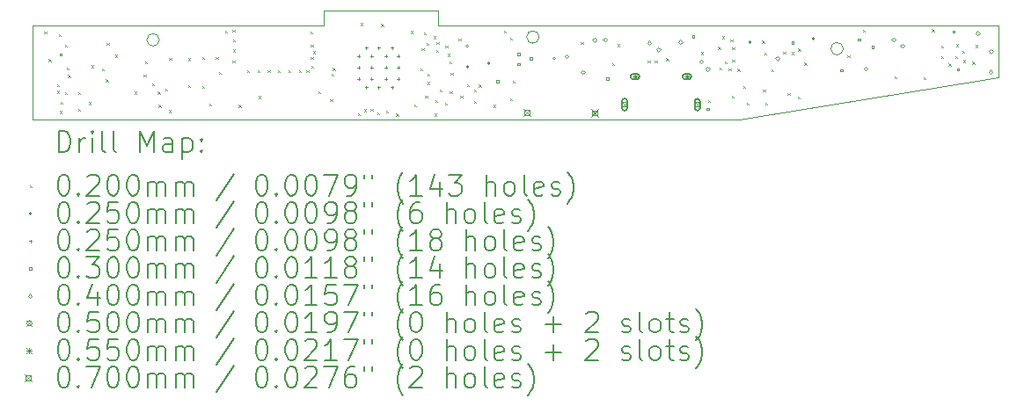
<source format=gbr>
%TF.GenerationSoftware,KiCad,Pcbnew,6.0.9-8da3e8f707~116~ubuntu22.04.1*%
%TF.CreationDate,2022-12-05T14:03:31-05:00*%
%TF.ProjectId,OSSG_v0p5,4f535347-5f76-4307-9035-2e6b69636164,v0.4*%
%TF.SameCoordinates,Original*%
%TF.FileFunction,Drillmap*%
%TF.FilePolarity,Positive*%
%FSLAX45Y45*%
G04 Gerber Fmt 4.5, Leading zero omitted, Abs format (unit mm)*
G04 Created by KiCad (PCBNEW 6.0.9-8da3e8f707~116~ubuntu22.04.1) date 2022-12-05 14:03:31*
%MOMM*%
%LPD*%
G01*
G04 APERTURE LIST*
%ADD10C,0.100000*%
%ADD11C,0.200000*%
%ADD12C,0.020000*%
%ADD13C,0.025000*%
%ADD14C,0.030000*%
%ADD15C,0.040000*%
%ADD16C,0.050000*%
%ADD17C,0.055000*%
%ADD18C,0.070000*%
G04 APERTURE END LIST*
D10*
X7920000Y-7635000D02*
G75*
G03*
X7920000Y-7635000I-60000J0D01*
G01*
X6700000Y-8400000D02*
X6700000Y-7500000D01*
X6700000Y-7500000D02*
X9500000Y-7500000D01*
X10600000Y-7350000D02*
X10600000Y-7500000D01*
X14502500Y-7720000D02*
G75*
G03*
X14502500Y-7720000I-60000J0D01*
G01*
X9500000Y-7350000D02*
X10600000Y-7350000D01*
X10600000Y-7500000D02*
X16000000Y-7500000D01*
X6700000Y-8400000D02*
X13500000Y-8400000D01*
X13500000Y-8400000D02*
X16000000Y-8000000D01*
X11575000Y-7607500D02*
G75*
G03*
X11575000Y-7607500I-60000J0D01*
G01*
X16000000Y-8000000D02*
X16000000Y-7500000D01*
X9500000Y-7500000D02*
X9500000Y-7350000D01*
D11*
D12*
X6813750Y-7552000D02*
X6833750Y-7572000D01*
X6833750Y-7552000D02*
X6813750Y-7572000D01*
X6855000Y-7820000D02*
X6875000Y-7840000D01*
X6875000Y-7820000D02*
X6855000Y-7840000D01*
X6933000Y-8127000D02*
X6953000Y-8147000D01*
X6953000Y-8127000D02*
X6933000Y-8147000D01*
X6935000Y-8065000D02*
X6955000Y-8085000D01*
X6955000Y-8065000D02*
X6935000Y-8085000D01*
X6950000Y-7580000D02*
X6970000Y-7600000D01*
X6970000Y-7580000D02*
X6950000Y-7600000D01*
X6960000Y-8320000D02*
X6980000Y-8340000D01*
X6980000Y-8320000D02*
X6960000Y-8340000D01*
X6970000Y-8230000D02*
X6990000Y-8250000D01*
X6990000Y-8230000D02*
X6970000Y-8250000D01*
X7009575Y-7679575D02*
X7029575Y-7699575D01*
X7029575Y-7679575D02*
X7009575Y-7699575D01*
X7010000Y-8140000D02*
X7030000Y-8160000D01*
X7030000Y-8140000D02*
X7010000Y-8160000D01*
X7030000Y-7900000D02*
X7050000Y-7920000D01*
X7050000Y-7900000D02*
X7030000Y-7920000D01*
X7041785Y-7972933D02*
X7061785Y-7992933D01*
X7061785Y-7972933D02*
X7041785Y-7992933D01*
X7140000Y-8140000D02*
X7160000Y-8160000D01*
X7160000Y-8140000D02*
X7140000Y-8160000D01*
X7140000Y-8300000D02*
X7160000Y-8320000D01*
X7160000Y-8300000D02*
X7140000Y-8320000D01*
X7238750Y-8237000D02*
X7258750Y-8257000D01*
X7258750Y-8237000D02*
X7238750Y-8257000D01*
X7265000Y-7880000D02*
X7285000Y-7900000D01*
X7285000Y-7880000D02*
X7265000Y-7900000D01*
X7365000Y-7910000D02*
X7385000Y-7930000D01*
X7385000Y-7910000D02*
X7365000Y-7930000D01*
X7405000Y-8015000D02*
X7425000Y-8035000D01*
X7425000Y-8015000D02*
X7405000Y-8035000D01*
X7415000Y-7665000D02*
X7435000Y-7685000D01*
X7435000Y-7665000D02*
X7415000Y-7685000D01*
X7495000Y-7780000D02*
X7515000Y-7800000D01*
X7515000Y-7780000D02*
X7495000Y-7800000D01*
X7680000Y-8135000D02*
X7700000Y-8155000D01*
X7700000Y-8135000D02*
X7680000Y-8155000D01*
X7770000Y-7970000D02*
X7790000Y-7990000D01*
X7790000Y-7970000D02*
X7770000Y-7990000D01*
X7780000Y-7845000D02*
X7800000Y-7865000D01*
X7800000Y-7845000D02*
X7780000Y-7865000D01*
X7850000Y-8055000D02*
X7870000Y-8075000D01*
X7870000Y-8055000D02*
X7850000Y-8075000D01*
X7905000Y-8135000D02*
X7925000Y-8155000D01*
X7925000Y-8135000D02*
X7905000Y-8155000D01*
X7915000Y-8260000D02*
X7935000Y-8280000D01*
X7935000Y-8260000D02*
X7915000Y-8280000D01*
X7975000Y-8105000D02*
X7995000Y-8125000D01*
X7995000Y-8105000D02*
X7975000Y-8125000D01*
X8012450Y-8313508D02*
X8032450Y-8333508D01*
X8032450Y-8313508D02*
X8012450Y-8333508D01*
X8015000Y-7810000D02*
X8035000Y-7830000D01*
X8035000Y-7810000D02*
X8015000Y-7830000D01*
X8195000Y-7812550D02*
X8215000Y-7832550D01*
X8215000Y-7812550D02*
X8195000Y-7832550D01*
X8195000Y-8070000D02*
X8215000Y-8090000D01*
X8215000Y-8070000D02*
X8195000Y-8090000D01*
X8335000Y-7800000D02*
X8355000Y-7820000D01*
X8355000Y-7800000D02*
X8335000Y-7820000D01*
X8335000Y-8080000D02*
X8355000Y-8100000D01*
X8355000Y-8080000D02*
X8335000Y-8100000D01*
X8400000Y-8250000D02*
X8420000Y-8270000D01*
X8420000Y-8250000D02*
X8400000Y-8270000D01*
X8465000Y-7800000D02*
X8485000Y-7820000D01*
X8485000Y-7800000D02*
X8465000Y-7820000D01*
X8492500Y-7942500D02*
X8512500Y-7962500D01*
X8512500Y-7942500D02*
X8492500Y-7962500D01*
X8552500Y-7547500D02*
X8572500Y-7567500D01*
X8572500Y-7547500D02*
X8552500Y-7567500D01*
X8625000Y-7535000D02*
X8645000Y-7555000D01*
X8645000Y-7535000D02*
X8625000Y-7555000D01*
X8626247Y-7835000D02*
X8646247Y-7855000D01*
X8646247Y-7835000D02*
X8626247Y-7855000D01*
X8626598Y-7629547D02*
X8646598Y-7649547D01*
X8646598Y-7629547D02*
X8626598Y-7649547D01*
X8626935Y-7729589D02*
X8646935Y-7749589D01*
X8646935Y-7729589D02*
X8626935Y-7749589D01*
X8685000Y-8262550D02*
X8705000Y-8282550D01*
X8705000Y-8262550D02*
X8685000Y-8282550D01*
X8763356Y-7926642D02*
X8783356Y-7946642D01*
X8783356Y-7926642D02*
X8763356Y-7946642D01*
X8863735Y-7926642D02*
X8883735Y-7946642D01*
X8883735Y-7926642D02*
X8863735Y-7946642D01*
X8875000Y-8177550D02*
X8895000Y-8197550D01*
X8895000Y-8177550D02*
X8875000Y-8197550D01*
X8963777Y-7926642D02*
X8983777Y-7946642D01*
X8983777Y-7926642D02*
X8963777Y-7946642D01*
X9062458Y-7925685D02*
X9082458Y-7945685D01*
X9082458Y-7925685D02*
X9062458Y-7945685D01*
X9162500Y-7926022D02*
X9182500Y-7946022D01*
X9182500Y-7926022D02*
X9162500Y-7946022D01*
X9262879Y-7926022D02*
X9282879Y-7946022D01*
X9282879Y-7926022D02*
X9262879Y-7946022D01*
X9335833Y-7926420D02*
X9355833Y-7946420D01*
X9355833Y-7926420D02*
X9335833Y-7946420D01*
X9376247Y-7555000D02*
X9396247Y-7575000D01*
X9396247Y-7555000D02*
X9376247Y-7575000D01*
X9377356Y-7679950D02*
X9397356Y-7699950D01*
X9397356Y-7679950D02*
X9377356Y-7699950D01*
X9378747Y-7802500D02*
X9398747Y-7822500D01*
X9398747Y-7802500D02*
X9378747Y-7822500D01*
X9381104Y-7884950D02*
X9401104Y-7904950D01*
X9401104Y-7884950D02*
X9381104Y-7904950D01*
X9400000Y-7745000D02*
X9420000Y-7765000D01*
X9420000Y-7745000D02*
X9400000Y-7765000D01*
X9450000Y-8130000D02*
X9470000Y-8150000D01*
X9470000Y-8130000D02*
X9450000Y-8150000D01*
X9565000Y-8205000D02*
X9585000Y-8225000D01*
X9585000Y-8205000D02*
X9565000Y-8225000D01*
X9575000Y-7962500D02*
X9595000Y-7982500D01*
X9595000Y-7962500D02*
X9575000Y-7982500D01*
X9590000Y-7905000D02*
X9610000Y-7925000D01*
X9610000Y-7905000D02*
X9590000Y-7925000D01*
X9830000Y-8340000D02*
X9850000Y-8360000D01*
X9850000Y-8340000D02*
X9830000Y-8360000D01*
X9857500Y-7475000D02*
X9877500Y-7495000D01*
X9877500Y-7475000D02*
X9857500Y-7495000D01*
X9890225Y-8302720D02*
X9910225Y-8322720D01*
X9910225Y-8302720D02*
X9890225Y-8322720D01*
X9955000Y-8297500D02*
X9975000Y-8317500D01*
X9975000Y-8297500D02*
X9955000Y-8317500D01*
X10015000Y-8335000D02*
X10035000Y-8355000D01*
X10035000Y-8335000D02*
X10015000Y-8355000D01*
X10055000Y-7482500D02*
X10075000Y-7502500D01*
X10075000Y-7482500D02*
X10055000Y-7502500D01*
X10100000Y-8317500D02*
X10120000Y-8337500D01*
X10120000Y-8317500D02*
X10100000Y-8337500D01*
X10200000Y-8345000D02*
X10220000Y-8365000D01*
X10220000Y-8345000D02*
X10200000Y-8365000D01*
X10340000Y-7550000D02*
X10360000Y-7570000D01*
X10360000Y-7550000D02*
X10340000Y-7570000D01*
X10375000Y-8257500D02*
X10395000Y-8277500D01*
X10395000Y-8257500D02*
X10375000Y-8277500D01*
X10434131Y-7910503D02*
X10454131Y-7930503D01*
X10454131Y-7910503D02*
X10434131Y-7930503D01*
X10444131Y-7715503D02*
X10464131Y-7735503D01*
X10464131Y-7715503D02*
X10444131Y-7735503D01*
X10464131Y-7565503D02*
X10484131Y-7585503D01*
X10484131Y-7565503D02*
X10464131Y-7585503D01*
X10479131Y-8170503D02*
X10499131Y-8190503D01*
X10499131Y-8170503D02*
X10479131Y-8190503D01*
X10494131Y-7665503D02*
X10514131Y-7685503D01*
X10514131Y-7665503D02*
X10494131Y-7685503D01*
X10499131Y-7960503D02*
X10519131Y-7980503D01*
X10519131Y-7960503D02*
X10499131Y-7980503D01*
X10500000Y-8040000D02*
X10520000Y-8060000D01*
X10520000Y-8040000D02*
X10500000Y-8060000D01*
X10559131Y-7600503D02*
X10579131Y-7620503D01*
X10579131Y-7600503D02*
X10559131Y-7620503D01*
X10568130Y-8346165D02*
X10588130Y-8366165D01*
X10588130Y-8346165D02*
X10568130Y-8366165D01*
X10575000Y-8215000D02*
X10595000Y-8235000D01*
X10595000Y-8215000D02*
X10575000Y-8235000D01*
X10585000Y-7735000D02*
X10605000Y-7755000D01*
X10605000Y-7735000D02*
X10585000Y-7755000D01*
X10590000Y-7655000D02*
X10610000Y-7675000D01*
X10610000Y-7655000D02*
X10590000Y-7675000D01*
X10616402Y-8114491D02*
X10636402Y-8134491D01*
X10636402Y-8114491D02*
X10616402Y-8134491D01*
X10666762Y-8240988D02*
X10686762Y-8260988D01*
X10686762Y-8240988D02*
X10666762Y-8260988D01*
X10675000Y-7690000D02*
X10695000Y-7710000D01*
X10695000Y-7690000D02*
X10675000Y-7710000D01*
X10692293Y-7770046D02*
X10712293Y-7790046D01*
X10712293Y-7770046D02*
X10692293Y-7790046D01*
X10710336Y-7843904D02*
X10730336Y-7863904D01*
X10730336Y-7843904D02*
X10710336Y-7863904D01*
X10715000Y-8130000D02*
X10735000Y-8150000D01*
X10735000Y-8130000D02*
X10715000Y-8150000D01*
X10725000Y-7955000D02*
X10745000Y-7975000D01*
X10745000Y-7955000D02*
X10725000Y-7975000D01*
X10800374Y-7623843D02*
X10820374Y-7643843D01*
X10820374Y-7623843D02*
X10800374Y-7643843D01*
X10818207Y-8172366D02*
X10838207Y-8192366D01*
X10838207Y-8172366D02*
X10818207Y-8192366D01*
X10881380Y-8064423D02*
X10901380Y-8084423D01*
X10901380Y-8064423D02*
X10881380Y-8084423D01*
X10946170Y-8114788D02*
X10966170Y-8134788D01*
X10966170Y-8114788D02*
X10946170Y-8134788D01*
X10950260Y-8224728D02*
X10970260Y-8244728D01*
X10970260Y-8224728D02*
X10950260Y-8244728D01*
X10995667Y-8065291D02*
X11015667Y-8085291D01*
X11015667Y-8065291D02*
X10995667Y-8085291D01*
X11137626Y-8260572D02*
X11157626Y-8280572D01*
X11157626Y-8260572D02*
X11137626Y-8280572D01*
X11235000Y-7545000D02*
X11255000Y-7565000D01*
X11255000Y-7545000D02*
X11235000Y-7565000D01*
X11295000Y-7615000D02*
X11315000Y-7635000D01*
X11315000Y-7615000D02*
X11295000Y-7635000D01*
X11296251Y-8196643D02*
X11316251Y-8216643D01*
X11316251Y-8196643D02*
X11296251Y-8216643D01*
X11320000Y-8030000D02*
X11340000Y-8050000D01*
X11340000Y-8030000D02*
X11320000Y-8050000D01*
X11977967Y-7655673D02*
X11997967Y-7675673D01*
X11997967Y-7655673D02*
X11977967Y-7675673D01*
X12276546Y-7861373D02*
X12296546Y-7881373D01*
X12296546Y-7861373D02*
X12276546Y-7881373D01*
X12328039Y-7676455D02*
X12348039Y-7696455D01*
X12348039Y-7676455D02*
X12328039Y-7696455D01*
X12619871Y-7836309D02*
X12639871Y-7856309D01*
X12639871Y-7836309D02*
X12619871Y-7856309D01*
X12689871Y-7836309D02*
X12709871Y-7856309D01*
X12709871Y-7836309D02*
X12689871Y-7856309D01*
X12797332Y-7813850D02*
X12817332Y-7833850D01*
X12817332Y-7813850D02*
X12797332Y-7833850D01*
X13135366Y-7752263D02*
X13155366Y-7772263D01*
X13155366Y-7752263D02*
X13135366Y-7772263D01*
X13198381Y-8214331D02*
X13218381Y-8234331D01*
X13218381Y-8214331D02*
X13198381Y-8234331D01*
X13297335Y-7702701D02*
X13317335Y-7722701D01*
X13317335Y-7702701D02*
X13297335Y-7722701D01*
X13312505Y-7902815D02*
X13332505Y-7922815D01*
X13332505Y-7902815D02*
X13312505Y-7922815D01*
X13337154Y-7602018D02*
X13357154Y-7622018D01*
X13357154Y-7602018D02*
X13337154Y-7622018D01*
X13362789Y-7842767D02*
X13382789Y-7862767D01*
X13382789Y-7842767D02*
X13362789Y-7862767D01*
X13401403Y-7911088D02*
X13421403Y-7931088D01*
X13421403Y-7911088D02*
X13401403Y-7931088D01*
X13415681Y-7631279D02*
X13435681Y-7651279D01*
X13435681Y-7631279D02*
X13415681Y-7651279D01*
X13428114Y-8174304D02*
X13448114Y-8194304D01*
X13448114Y-8174304D02*
X13428114Y-8194304D01*
X13432487Y-7705505D02*
X13452487Y-7725505D01*
X13452487Y-7705505D02*
X13432487Y-7725505D01*
X13433482Y-7827966D02*
X13453482Y-7847966D01*
X13453482Y-7827966D02*
X13433482Y-7847966D01*
X13485955Y-7915327D02*
X13505955Y-7935327D01*
X13505955Y-7915327D02*
X13485955Y-7935327D01*
X13537080Y-8076854D02*
X13557080Y-8096854D01*
X13557080Y-8076854D02*
X13537080Y-8096854D01*
X13571013Y-8241020D02*
X13591013Y-8261020D01*
X13591013Y-8241020D02*
X13571013Y-8261020D01*
X13720530Y-7642573D02*
X13740530Y-7662573D01*
X13740530Y-7642573D02*
X13720530Y-7662573D01*
X13730510Y-8114336D02*
X13750510Y-8134336D01*
X13750510Y-8114336D02*
X13730510Y-8134336D01*
X13741517Y-7755370D02*
X13761517Y-7775370D01*
X13761517Y-7755370D02*
X13741517Y-7775370D01*
X13753510Y-8240058D02*
X13773510Y-8260058D01*
X13773510Y-8240058D02*
X13753510Y-8260058D01*
X13808899Y-7919124D02*
X13828899Y-7939124D01*
X13828899Y-7919124D02*
X13808899Y-7939124D01*
X13926277Y-7748069D02*
X13946277Y-7768069D01*
X13946277Y-7748069D02*
X13926277Y-7768069D01*
X13966468Y-8149259D02*
X13986468Y-8169259D01*
X13986468Y-8149259D02*
X13966468Y-8169259D01*
X14007483Y-7753496D02*
X14027483Y-7773496D01*
X14027483Y-7753496D02*
X14007483Y-7773496D01*
X14067277Y-8180879D02*
X14087277Y-8200879D01*
X14087277Y-8180879D02*
X14067277Y-8200879D01*
X14069327Y-7719291D02*
X14089327Y-7739291D01*
X14089327Y-7719291D02*
X14069327Y-7739291D01*
X14126986Y-7855011D02*
X14146986Y-7875011D01*
X14146986Y-7855011D02*
X14126986Y-7875011D01*
X14544138Y-7780933D02*
X14564138Y-7800933D01*
X14564138Y-7780933D02*
X14544138Y-7800933D01*
X14689487Y-7539985D02*
X14709487Y-7559985D01*
X14709487Y-7539985D02*
X14689487Y-7559985D01*
X14997704Y-7985856D02*
X15017704Y-8005856D01*
X15017704Y-7985856D02*
X14997704Y-8005856D01*
X15276086Y-7996222D02*
X15296086Y-8016222D01*
X15296086Y-7996222D02*
X15276086Y-8016222D01*
X15355859Y-7533270D02*
X15375859Y-7553270D01*
X15375859Y-7533270D02*
X15355859Y-7553270D01*
X15445724Y-7790157D02*
X15465724Y-7810157D01*
X15465724Y-7790157D02*
X15445724Y-7810157D01*
X15447291Y-7688727D02*
X15467291Y-7708727D01*
X15467291Y-7688727D02*
X15447291Y-7708727D01*
X15516395Y-7863580D02*
X15536395Y-7883580D01*
X15536395Y-7863580D02*
X15516395Y-7883580D01*
X15582712Y-7792374D02*
X15602712Y-7812374D01*
X15602712Y-7792374D02*
X15582712Y-7812374D01*
X15587542Y-7678578D02*
X15607542Y-7698578D01*
X15607542Y-7678578D02*
X15587542Y-7698578D01*
X15645172Y-7740738D02*
X15665172Y-7760738D01*
X15665172Y-7740738D02*
X15645172Y-7760738D01*
X15658482Y-7828643D02*
X15678482Y-7848643D01*
X15678482Y-7828643D02*
X15658482Y-7848643D01*
X15746582Y-7846735D02*
X15766582Y-7866735D01*
X15766582Y-7846735D02*
X15746582Y-7866735D01*
X15775954Y-7687113D02*
X15795954Y-7707113D01*
X15795954Y-7687113D02*
X15775954Y-7707113D01*
D13*
X10898216Y-7696076D02*
G75*
G03*
X10898216Y-7696076I-12500J0D01*
G01*
X10898865Y-7894543D02*
G75*
G03*
X10898865Y-7894543I-12500J0D01*
G01*
X11102470Y-7856952D02*
G75*
G03*
X11102470Y-7856952I-12500J0D01*
G01*
X11735901Y-7814662D02*
G75*
G03*
X11735901Y-7814662I-12500J0D01*
G01*
X13618651Y-7657522D02*
G75*
G03*
X13618651Y-7657522I-12500J0D01*
G01*
X14229854Y-7623988D02*
G75*
G03*
X14229854Y-7623988I-12500J0D01*
G01*
X9840000Y-7777500D02*
X9840000Y-7802500D01*
X9827500Y-7790000D02*
X9852500Y-7790000D01*
X9840000Y-7887500D02*
X9840000Y-7912500D01*
X9827500Y-7900000D02*
X9852500Y-7900000D01*
X9840000Y-7997500D02*
X9840000Y-8022500D01*
X9827500Y-8010000D02*
X9852500Y-8010000D01*
X9910000Y-7697500D02*
X9910000Y-7722500D01*
X9897500Y-7710000D02*
X9922500Y-7710000D01*
X9910000Y-8077500D02*
X9910000Y-8102500D01*
X9897500Y-8090000D02*
X9922500Y-8090000D01*
X9960000Y-7777500D02*
X9960000Y-7802500D01*
X9947500Y-7790000D02*
X9972500Y-7790000D01*
X9960000Y-7887500D02*
X9960000Y-7912500D01*
X9947500Y-7900000D02*
X9972500Y-7900000D01*
X9960000Y-7997500D02*
X9960000Y-8022500D01*
X9947500Y-8010000D02*
X9972500Y-8010000D01*
X10030000Y-7697500D02*
X10030000Y-7722500D01*
X10017500Y-7710000D02*
X10042500Y-7710000D01*
X10030000Y-8077500D02*
X10030000Y-8102500D01*
X10017500Y-8090000D02*
X10042500Y-8090000D01*
X10100000Y-7777500D02*
X10100000Y-7802500D01*
X10087500Y-7790000D02*
X10112500Y-7790000D01*
X10100000Y-7887500D02*
X10100000Y-7912500D01*
X10087500Y-7900000D02*
X10112500Y-7900000D01*
X10100000Y-7997500D02*
X10100000Y-8022500D01*
X10087500Y-8010000D02*
X10112500Y-8010000D01*
X10160000Y-7697500D02*
X10160000Y-7722500D01*
X10147500Y-7710000D02*
X10172500Y-7710000D01*
X10160000Y-8077500D02*
X10160000Y-8102500D01*
X10147500Y-8090000D02*
X10172500Y-8090000D01*
X10220000Y-7777500D02*
X10220000Y-7802500D01*
X10207500Y-7790000D02*
X10232500Y-7790000D01*
X10220000Y-7887500D02*
X10220000Y-7912500D01*
X10207500Y-7900000D02*
X10232500Y-7900000D01*
X10220000Y-7997500D02*
X10220000Y-8022500D01*
X10207500Y-8010000D02*
X10232500Y-8010000D01*
D14*
X6980607Y-7785607D02*
X6980607Y-7764393D01*
X6959393Y-7764393D01*
X6959393Y-7785607D01*
X6980607Y-7785607D01*
X11183479Y-8043442D02*
X11183479Y-8022228D01*
X11162266Y-8022228D01*
X11162266Y-8043442D01*
X11183479Y-8043442D01*
X11390607Y-7780607D02*
X11390607Y-7759393D01*
X11369393Y-7759393D01*
X11369393Y-7780607D01*
X11390607Y-7780607D01*
X11390607Y-7880607D02*
X11390607Y-7859393D01*
X11369393Y-7859393D01*
X11369393Y-7880607D01*
X11390607Y-7880607D01*
X11505607Y-7825607D02*
X11505607Y-7804393D01*
X11484393Y-7804393D01*
X11484393Y-7825607D01*
X11505607Y-7825607D01*
X12244445Y-8019840D02*
X12244445Y-7998627D01*
X12223231Y-7998627D01*
X12223231Y-8019840D01*
X12244445Y-8019840D01*
X13070818Y-7613755D02*
X13070818Y-7592541D01*
X13049605Y-7592541D01*
X13049605Y-7613755D01*
X13070818Y-7613755D01*
X13207883Y-8313226D02*
X13207883Y-8292012D01*
X13186669Y-8292012D01*
X13186669Y-8313226D01*
X13207883Y-8313226D01*
X14025977Y-7671495D02*
X14025977Y-7650281D01*
X14004764Y-7650281D01*
X14004764Y-7671495D01*
X14025977Y-7671495D01*
X14496846Y-7937579D02*
X14496846Y-7916365D01*
X14475632Y-7916365D01*
X14475632Y-7937579D01*
X14496846Y-7937579D01*
X14666714Y-7644206D02*
X14666714Y-7622992D01*
X14645500Y-7622992D01*
X14645500Y-7644206D01*
X14666714Y-7644206D01*
X14797678Y-7712889D02*
X14797678Y-7691676D01*
X14776465Y-7691676D01*
X14776465Y-7712889D01*
X14797678Y-7712889D01*
X15574378Y-7566306D02*
X15574378Y-7545092D01*
X15553164Y-7545092D01*
X15553164Y-7566306D01*
X15574378Y-7566306D01*
X15616651Y-7931549D02*
X15616651Y-7910335D01*
X15595437Y-7910335D01*
X15595437Y-7931549D01*
X15616651Y-7931549D01*
D15*
X11839498Y-7811967D02*
X11859498Y-7791967D01*
X11839498Y-7771967D01*
X11819498Y-7791967D01*
X11839498Y-7811967D01*
X11993359Y-7964423D02*
X12013359Y-7944423D01*
X11993359Y-7924423D01*
X11973359Y-7944423D01*
X11993359Y-7964423D01*
X12108851Y-7653458D02*
X12128851Y-7633458D01*
X12108851Y-7613458D01*
X12088851Y-7633458D01*
X12108851Y-7653458D01*
X12210236Y-7652381D02*
X12230236Y-7632381D01*
X12210236Y-7612381D01*
X12190236Y-7632381D01*
X12210236Y-7652381D01*
X12636080Y-7684386D02*
X12656080Y-7664386D01*
X12636080Y-7644386D01*
X12616080Y-7664386D01*
X12636080Y-7684386D01*
X12722411Y-7747848D02*
X12742411Y-7727848D01*
X12722411Y-7707848D01*
X12702411Y-7727848D01*
X12722411Y-7747848D01*
X12933299Y-7674386D02*
X12953299Y-7654386D01*
X12933299Y-7634386D01*
X12913299Y-7654386D01*
X12933299Y-7674386D01*
X13135665Y-7862965D02*
X13155665Y-7842965D01*
X13135665Y-7822965D01*
X13115665Y-7842965D01*
X13135665Y-7862965D01*
X13196997Y-7933549D02*
X13216997Y-7913549D01*
X13196997Y-7893549D01*
X13176997Y-7913549D01*
X13196997Y-7933549D01*
X13867405Y-7833738D02*
X13887405Y-7813738D01*
X13867405Y-7793738D01*
X13847405Y-7813738D01*
X13867405Y-7833738D01*
X14718775Y-7931944D02*
X14738775Y-7911944D01*
X14718775Y-7891944D01*
X14698775Y-7911944D01*
X14718775Y-7931944D01*
X14985366Y-7651446D02*
X15005366Y-7631446D01*
X14985366Y-7611446D01*
X14965366Y-7631446D01*
X14985366Y-7651446D01*
X15070020Y-7711453D02*
X15090020Y-7691453D01*
X15070020Y-7671453D01*
X15050020Y-7691453D01*
X15070020Y-7711453D01*
X15795826Y-7589408D02*
X15815826Y-7569408D01*
X15795826Y-7549408D01*
X15775826Y-7569408D01*
X15795826Y-7589408D01*
X15920694Y-7963006D02*
X15940694Y-7943006D01*
X15920694Y-7923006D01*
X15900694Y-7943006D01*
X15920694Y-7963006D01*
X15922290Y-7766430D02*
X15942290Y-7746430D01*
X15922290Y-7726430D01*
X15902290Y-7746430D01*
X15922290Y-7766430D01*
D16*
X12372911Y-8234074D02*
X12422911Y-8284074D01*
X12422911Y-8234074D02*
X12372911Y-8284074D01*
X12422911Y-8259074D02*
G75*
G03*
X12422911Y-8259074I-25000J0D01*
G01*
D11*
X12372911Y-8226574D02*
X12372911Y-8291574D01*
X12422911Y-8226574D02*
X12422911Y-8291574D01*
X12372911Y-8291574D02*
G75*
G03*
X12422911Y-8291574I25000J0D01*
G01*
X12422911Y-8226574D02*
G75*
G03*
X12372911Y-8226574I-25000J0D01*
G01*
D16*
X13072911Y-8234074D02*
X13122911Y-8284074D01*
X13122911Y-8234074D02*
X13072911Y-8284074D01*
X13122911Y-8259074D02*
G75*
G03*
X13122911Y-8259074I-25000J0D01*
G01*
D11*
X13072911Y-8226574D02*
X13072911Y-8291574D01*
X13122911Y-8226574D02*
X13122911Y-8291574D01*
X13072911Y-8291574D02*
G75*
G03*
X13122911Y-8291574I25000J0D01*
G01*
X13122911Y-8226574D02*
G75*
G03*
X13072911Y-8226574I-25000J0D01*
G01*
D17*
X12470411Y-7961574D02*
X12525411Y-8016574D01*
X12525411Y-7961574D02*
X12470411Y-8016574D01*
X12497911Y-7961574D02*
X12497911Y-8016574D01*
X12470411Y-7989074D02*
X12525411Y-7989074D01*
D11*
X12482911Y-8016574D02*
X12512911Y-8016574D01*
X12482911Y-7961574D02*
X12512911Y-7961574D01*
X12512911Y-8016574D02*
G75*
G03*
X12512911Y-7961574I0J27500D01*
G01*
X12482911Y-7961574D02*
G75*
G03*
X12482911Y-8016574I0J-27500D01*
G01*
D17*
X12970411Y-7961574D02*
X13025411Y-8016574D01*
X13025411Y-7961574D02*
X12970411Y-8016574D01*
X12997911Y-7961574D02*
X12997911Y-8016574D01*
X12970411Y-7989074D02*
X13025411Y-7989074D01*
D11*
X12982911Y-8016574D02*
X13012911Y-8016574D01*
X12982911Y-7961574D02*
X13012911Y-7961574D01*
X13012911Y-8016574D02*
G75*
G03*
X13012911Y-7961574I0J27500D01*
G01*
X12982911Y-7961574D02*
G75*
G03*
X12982911Y-8016574I0J-27500D01*
G01*
D18*
X11421884Y-8302687D02*
X11491884Y-8372687D01*
X11491884Y-8302687D02*
X11421884Y-8372687D01*
X11481633Y-8362436D02*
X11481633Y-8312938D01*
X11432135Y-8312938D01*
X11432135Y-8362436D01*
X11481633Y-8362436D01*
X12073884Y-8303687D02*
X12143884Y-8373687D01*
X12143884Y-8303687D02*
X12073884Y-8373687D01*
X12133633Y-8363436D02*
X12133633Y-8313938D01*
X12084135Y-8313938D01*
X12084135Y-8363436D01*
X12133633Y-8363436D01*
D11*
X6952619Y-8715476D02*
X6952619Y-8515476D01*
X7000238Y-8515476D01*
X7028809Y-8525000D01*
X7047857Y-8544048D01*
X7057381Y-8563095D01*
X7066905Y-8601190D01*
X7066905Y-8629762D01*
X7057381Y-8667857D01*
X7047857Y-8686905D01*
X7028809Y-8705952D01*
X7000238Y-8715476D01*
X6952619Y-8715476D01*
X7152619Y-8715476D02*
X7152619Y-8582143D01*
X7152619Y-8620238D02*
X7162143Y-8601190D01*
X7171667Y-8591667D01*
X7190714Y-8582143D01*
X7209762Y-8582143D01*
X7276428Y-8715476D02*
X7276428Y-8582143D01*
X7276428Y-8515476D02*
X7266905Y-8525000D01*
X7276428Y-8534524D01*
X7285952Y-8525000D01*
X7276428Y-8515476D01*
X7276428Y-8534524D01*
X7400238Y-8715476D02*
X7381190Y-8705952D01*
X7371667Y-8686905D01*
X7371667Y-8515476D01*
X7505000Y-8715476D02*
X7485952Y-8705952D01*
X7476428Y-8686905D01*
X7476428Y-8515476D01*
X7733571Y-8715476D02*
X7733571Y-8515476D01*
X7800238Y-8658333D01*
X7866905Y-8515476D01*
X7866905Y-8715476D01*
X8047857Y-8715476D02*
X8047857Y-8610714D01*
X8038333Y-8591667D01*
X8019286Y-8582143D01*
X7981190Y-8582143D01*
X7962143Y-8591667D01*
X8047857Y-8705952D02*
X8028809Y-8715476D01*
X7981190Y-8715476D01*
X7962143Y-8705952D01*
X7952619Y-8686905D01*
X7952619Y-8667857D01*
X7962143Y-8648810D01*
X7981190Y-8639286D01*
X8028809Y-8639286D01*
X8047857Y-8629762D01*
X8143095Y-8582143D02*
X8143095Y-8782143D01*
X8143095Y-8591667D02*
X8162143Y-8582143D01*
X8200238Y-8582143D01*
X8219286Y-8591667D01*
X8228809Y-8601190D01*
X8238333Y-8620238D01*
X8238333Y-8677381D01*
X8228809Y-8696429D01*
X8219286Y-8705952D01*
X8200238Y-8715476D01*
X8162143Y-8715476D01*
X8143095Y-8705952D01*
X8324048Y-8696429D02*
X8333571Y-8705952D01*
X8324048Y-8715476D01*
X8314524Y-8705952D01*
X8324048Y-8696429D01*
X8324048Y-8715476D01*
X8324048Y-8591667D02*
X8333571Y-8601190D01*
X8324048Y-8610714D01*
X8314524Y-8601190D01*
X8324048Y-8591667D01*
X8324048Y-8610714D01*
D12*
X6675000Y-9035000D02*
X6695000Y-9055000D01*
X6695000Y-9035000D02*
X6675000Y-9055000D01*
D11*
X6990714Y-8935476D02*
X7009762Y-8935476D01*
X7028809Y-8945000D01*
X7038333Y-8954524D01*
X7047857Y-8973571D01*
X7057381Y-9011667D01*
X7057381Y-9059286D01*
X7047857Y-9097381D01*
X7038333Y-9116429D01*
X7028809Y-9125952D01*
X7009762Y-9135476D01*
X6990714Y-9135476D01*
X6971667Y-9125952D01*
X6962143Y-9116429D01*
X6952619Y-9097381D01*
X6943095Y-9059286D01*
X6943095Y-9011667D01*
X6952619Y-8973571D01*
X6962143Y-8954524D01*
X6971667Y-8945000D01*
X6990714Y-8935476D01*
X7143095Y-9116429D02*
X7152619Y-9125952D01*
X7143095Y-9135476D01*
X7133571Y-9125952D01*
X7143095Y-9116429D01*
X7143095Y-9135476D01*
X7228809Y-8954524D02*
X7238333Y-8945000D01*
X7257381Y-8935476D01*
X7305000Y-8935476D01*
X7324048Y-8945000D01*
X7333571Y-8954524D01*
X7343095Y-8973571D01*
X7343095Y-8992619D01*
X7333571Y-9021190D01*
X7219286Y-9135476D01*
X7343095Y-9135476D01*
X7466905Y-8935476D02*
X7485952Y-8935476D01*
X7505000Y-8945000D01*
X7514524Y-8954524D01*
X7524048Y-8973571D01*
X7533571Y-9011667D01*
X7533571Y-9059286D01*
X7524048Y-9097381D01*
X7514524Y-9116429D01*
X7505000Y-9125952D01*
X7485952Y-9135476D01*
X7466905Y-9135476D01*
X7447857Y-9125952D01*
X7438333Y-9116429D01*
X7428809Y-9097381D01*
X7419286Y-9059286D01*
X7419286Y-9011667D01*
X7428809Y-8973571D01*
X7438333Y-8954524D01*
X7447857Y-8945000D01*
X7466905Y-8935476D01*
X7657381Y-8935476D02*
X7676428Y-8935476D01*
X7695476Y-8945000D01*
X7705000Y-8954524D01*
X7714524Y-8973571D01*
X7724048Y-9011667D01*
X7724048Y-9059286D01*
X7714524Y-9097381D01*
X7705000Y-9116429D01*
X7695476Y-9125952D01*
X7676428Y-9135476D01*
X7657381Y-9135476D01*
X7638333Y-9125952D01*
X7628809Y-9116429D01*
X7619286Y-9097381D01*
X7609762Y-9059286D01*
X7609762Y-9011667D01*
X7619286Y-8973571D01*
X7628809Y-8954524D01*
X7638333Y-8945000D01*
X7657381Y-8935476D01*
X7809762Y-9135476D02*
X7809762Y-9002143D01*
X7809762Y-9021190D02*
X7819286Y-9011667D01*
X7838333Y-9002143D01*
X7866905Y-9002143D01*
X7885952Y-9011667D01*
X7895476Y-9030714D01*
X7895476Y-9135476D01*
X7895476Y-9030714D02*
X7905000Y-9011667D01*
X7924048Y-9002143D01*
X7952619Y-9002143D01*
X7971667Y-9011667D01*
X7981190Y-9030714D01*
X7981190Y-9135476D01*
X8076428Y-9135476D02*
X8076428Y-9002143D01*
X8076428Y-9021190D02*
X8085952Y-9011667D01*
X8105000Y-9002143D01*
X8133571Y-9002143D01*
X8152619Y-9011667D01*
X8162143Y-9030714D01*
X8162143Y-9135476D01*
X8162143Y-9030714D02*
X8171667Y-9011667D01*
X8190714Y-9002143D01*
X8219286Y-9002143D01*
X8238333Y-9011667D01*
X8247857Y-9030714D01*
X8247857Y-9135476D01*
X8638333Y-8925952D02*
X8466905Y-9183095D01*
X8895476Y-8935476D02*
X8914524Y-8935476D01*
X8933571Y-8945000D01*
X8943095Y-8954524D01*
X8952619Y-8973571D01*
X8962143Y-9011667D01*
X8962143Y-9059286D01*
X8952619Y-9097381D01*
X8943095Y-9116429D01*
X8933571Y-9125952D01*
X8914524Y-9135476D01*
X8895476Y-9135476D01*
X8876429Y-9125952D01*
X8866905Y-9116429D01*
X8857381Y-9097381D01*
X8847857Y-9059286D01*
X8847857Y-9011667D01*
X8857381Y-8973571D01*
X8866905Y-8954524D01*
X8876429Y-8945000D01*
X8895476Y-8935476D01*
X9047857Y-9116429D02*
X9057381Y-9125952D01*
X9047857Y-9135476D01*
X9038333Y-9125952D01*
X9047857Y-9116429D01*
X9047857Y-9135476D01*
X9181190Y-8935476D02*
X9200238Y-8935476D01*
X9219286Y-8945000D01*
X9228810Y-8954524D01*
X9238333Y-8973571D01*
X9247857Y-9011667D01*
X9247857Y-9059286D01*
X9238333Y-9097381D01*
X9228810Y-9116429D01*
X9219286Y-9125952D01*
X9200238Y-9135476D01*
X9181190Y-9135476D01*
X9162143Y-9125952D01*
X9152619Y-9116429D01*
X9143095Y-9097381D01*
X9133571Y-9059286D01*
X9133571Y-9011667D01*
X9143095Y-8973571D01*
X9152619Y-8954524D01*
X9162143Y-8945000D01*
X9181190Y-8935476D01*
X9371667Y-8935476D02*
X9390714Y-8935476D01*
X9409762Y-8945000D01*
X9419286Y-8954524D01*
X9428810Y-8973571D01*
X9438333Y-9011667D01*
X9438333Y-9059286D01*
X9428810Y-9097381D01*
X9419286Y-9116429D01*
X9409762Y-9125952D01*
X9390714Y-9135476D01*
X9371667Y-9135476D01*
X9352619Y-9125952D01*
X9343095Y-9116429D01*
X9333571Y-9097381D01*
X9324048Y-9059286D01*
X9324048Y-9011667D01*
X9333571Y-8973571D01*
X9343095Y-8954524D01*
X9352619Y-8945000D01*
X9371667Y-8935476D01*
X9505000Y-8935476D02*
X9638333Y-8935476D01*
X9552619Y-9135476D01*
X9724048Y-9135476D02*
X9762143Y-9135476D01*
X9781190Y-9125952D01*
X9790714Y-9116429D01*
X9809762Y-9087857D01*
X9819286Y-9049762D01*
X9819286Y-8973571D01*
X9809762Y-8954524D01*
X9800238Y-8945000D01*
X9781190Y-8935476D01*
X9743095Y-8935476D01*
X9724048Y-8945000D01*
X9714524Y-8954524D01*
X9705000Y-8973571D01*
X9705000Y-9021190D01*
X9714524Y-9040238D01*
X9724048Y-9049762D01*
X9743095Y-9059286D01*
X9781190Y-9059286D01*
X9800238Y-9049762D01*
X9809762Y-9040238D01*
X9819286Y-9021190D01*
X9895476Y-8935476D02*
X9895476Y-8973571D01*
X9971667Y-8935476D02*
X9971667Y-8973571D01*
X10266905Y-9211667D02*
X10257381Y-9202143D01*
X10238333Y-9173571D01*
X10228810Y-9154524D01*
X10219286Y-9125952D01*
X10209762Y-9078333D01*
X10209762Y-9040238D01*
X10219286Y-8992619D01*
X10228810Y-8964048D01*
X10238333Y-8945000D01*
X10257381Y-8916429D01*
X10266905Y-8906905D01*
X10447857Y-9135476D02*
X10333571Y-9135476D01*
X10390714Y-9135476D02*
X10390714Y-8935476D01*
X10371667Y-8964048D01*
X10352619Y-8983095D01*
X10333571Y-8992619D01*
X10619286Y-9002143D02*
X10619286Y-9135476D01*
X10571667Y-8925952D02*
X10524048Y-9068810D01*
X10647857Y-9068810D01*
X10705000Y-8935476D02*
X10828810Y-8935476D01*
X10762143Y-9011667D01*
X10790714Y-9011667D01*
X10809762Y-9021190D01*
X10819286Y-9030714D01*
X10828810Y-9049762D01*
X10828810Y-9097381D01*
X10819286Y-9116429D01*
X10809762Y-9125952D01*
X10790714Y-9135476D01*
X10733571Y-9135476D01*
X10714524Y-9125952D01*
X10705000Y-9116429D01*
X11066905Y-9135476D02*
X11066905Y-8935476D01*
X11152619Y-9135476D02*
X11152619Y-9030714D01*
X11143095Y-9011667D01*
X11124048Y-9002143D01*
X11095476Y-9002143D01*
X11076429Y-9011667D01*
X11066905Y-9021190D01*
X11276428Y-9135476D02*
X11257381Y-9125952D01*
X11247857Y-9116429D01*
X11238333Y-9097381D01*
X11238333Y-9040238D01*
X11247857Y-9021190D01*
X11257381Y-9011667D01*
X11276428Y-9002143D01*
X11305000Y-9002143D01*
X11324048Y-9011667D01*
X11333571Y-9021190D01*
X11343095Y-9040238D01*
X11343095Y-9097381D01*
X11333571Y-9116429D01*
X11324048Y-9125952D01*
X11305000Y-9135476D01*
X11276428Y-9135476D01*
X11457381Y-9135476D02*
X11438333Y-9125952D01*
X11428809Y-9106905D01*
X11428809Y-8935476D01*
X11609762Y-9125952D02*
X11590714Y-9135476D01*
X11552619Y-9135476D01*
X11533571Y-9125952D01*
X11524048Y-9106905D01*
X11524048Y-9030714D01*
X11533571Y-9011667D01*
X11552619Y-9002143D01*
X11590714Y-9002143D01*
X11609762Y-9011667D01*
X11619286Y-9030714D01*
X11619286Y-9049762D01*
X11524048Y-9068810D01*
X11695476Y-9125952D02*
X11714524Y-9135476D01*
X11752619Y-9135476D01*
X11771667Y-9125952D01*
X11781190Y-9106905D01*
X11781190Y-9097381D01*
X11771667Y-9078333D01*
X11752619Y-9068810D01*
X11724048Y-9068810D01*
X11705000Y-9059286D01*
X11695476Y-9040238D01*
X11695476Y-9030714D01*
X11705000Y-9011667D01*
X11724048Y-9002143D01*
X11752619Y-9002143D01*
X11771667Y-9011667D01*
X11847857Y-9211667D02*
X11857381Y-9202143D01*
X11876428Y-9173571D01*
X11885952Y-9154524D01*
X11895476Y-9125952D01*
X11905000Y-9078333D01*
X11905000Y-9040238D01*
X11895476Y-8992619D01*
X11885952Y-8964048D01*
X11876428Y-8945000D01*
X11857381Y-8916429D01*
X11847857Y-8906905D01*
D13*
X6695000Y-9309000D02*
G75*
G03*
X6695000Y-9309000I-12500J0D01*
G01*
D11*
X6990714Y-9199476D02*
X7009762Y-9199476D01*
X7028809Y-9209000D01*
X7038333Y-9218524D01*
X7047857Y-9237571D01*
X7057381Y-9275667D01*
X7057381Y-9323286D01*
X7047857Y-9361381D01*
X7038333Y-9380429D01*
X7028809Y-9389952D01*
X7009762Y-9399476D01*
X6990714Y-9399476D01*
X6971667Y-9389952D01*
X6962143Y-9380429D01*
X6952619Y-9361381D01*
X6943095Y-9323286D01*
X6943095Y-9275667D01*
X6952619Y-9237571D01*
X6962143Y-9218524D01*
X6971667Y-9209000D01*
X6990714Y-9199476D01*
X7143095Y-9380429D02*
X7152619Y-9389952D01*
X7143095Y-9399476D01*
X7133571Y-9389952D01*
X7143095Y-9380429D01*
X7143095Y-9399476D01*
X7228809Y-9218524D02*
X7238333Y-9209000D01*
X7257381Y-9199476D01*
X7305000Y-9199476D01*
X7324048Y-9209000D01*
X7333571Y-9218524D01*
X7343095Y-9237571D01*
X7343095Y-9256619D01*
X7333571Y-9285190D01*
X7219286Y-9399476D01*
X7343095Y-9399476D01*
X7524048Y-9199476D02*
X7428809Y-9199476D01*
X7419286Y-9294714D01*
X7428809Y-9285190D01*
X7447857Y-9275667D01*
X7495476Y-9275667D01*
X7514524Y-9285190D01*
X7524048Y-9294714D01*
X7533571Y-9313762D01*
X7533571Y-9361381D01*
X7524048Y-9380429D01*
X7514524Y-9389952D01*
X7495476Y-9399476D01*
X7447857Y-9399476D01*
X7428809Y-9389952D01*
X7419286Y-9380429D01*
X7657381Y-9199476D02*
X7676428Y-9199476D01*
X7695476Y-9209000D01*
X7705000Y-9218524D01*
X7714524Y-9237571D01*
X7724048Y-9275667D01*
X7724048Y-9323286D01*
X7714524Y-9361381D01*
X7705000Y-9380429D01*
X7695476Y-9389952D01*
X7676428Y-9399476D01*
X7657381Y-9399476D01*
X7638333Y-9389952D01*
X7628809Y-9380429D01*
X7619286Y-9361381D01*
X7609762Y-9323286D01*
X7609762Y-9275667D01*
X7619286Y-9237571D01*
X7628809Y-9218524D01*
X7638333Y-9209000D01*
X7657381Y-9199476D01*
X7809762Y-9399476D02*
X7809762Y-9266143D01*
X7809762Y-9285190D02*
X7819286Y-9275667D01*
X7838333Y-9266143D01*
X7866905Y-9266143D01*
X7885952Y-9275667D01*
X7895476Y-9294714D01*
X7895476Y-9399476D01*
X7895476Y-9294714D02*
X7905000Y-9275667D01*
X7924048Y-9266143D01*
X7952619Y-9266143D01*
X7971667Y-9275667D01*
X7981190Y-9294714D01*
X7981190Y-9399476D01*
X8076428Y-9399476D02*
X8076428Y-9266143D01*
X8076428Y-9285190D02*
X8085952Y-9275667D01*
X8105000Y-9266143D01*
X8133571Y-9266143D01*
X8152619Y-9275667D01*
X8162143Y-9294714D01*
X8162143Y-9399476D01*
X8162143Y-9294714D02*
X8171667Y-9275667D01*
X8190714Y-9266143D01*
X8219286Y-9266143D01*
X8238333Y-9275667D01*
X8247857Y-9294714D01*
X8247857Y-9399476D01*
X8638333Y-9189952D02*
X8466905Y-9447095D01*
X8895476Y-9199476D02*
X8914524Y-9199476D01*
X8933571Y-9209000D01*
X8943095Y-9218524D01*
X8952619Y-9237571D01*
X8962143Y-9275667D01*
X8962143Y-9323286D01*
X8952619Y-9361381D01*
X8943095Y-9380429D01*
X8933571Y-9389952D01*
X8914524Y-9399476D01*
X8895476Y-9399476D01*
X8876429Y-9389952D01*
X8866905Y-9380429D01*
X8857381Y-9361381D01*
X8847857Y-9323286D01*
X8847857Y-9275667D01*
X8857381Y-9237571D01*
X8866905Y-9218524D01*
X8876429Y-9209000D01*
X8895476Y-9199476D01*
X9047857Y-9380429D02*
X9057381Y-9389952D01*
X9047857Y-9399476D01*
X9038333Y-9389952D01*
X9047857Y-9380429D01*
X9047857Y-9399476D01*
X9181190Y-9199476D02*
X9200238Y-9199476D01*
X9219286Y-9209000D01*
X9228810Y-9218524D01*
X9238333Y-9237571D01*
X9247857Y-9275667D01*
X9247857Y-9323286D01*
X9238333Y-9361381D01*
X9228810Y-9380429D01*
X9219286Y-9389952D01*
X9200238Y-9399476D01*
X9181190Y-9399476D01*
X9162143Y-9389952D01*
X9152619Y-9380429D01*
X9143095Y-9361381D01*
X9133571Y-9323286D01*
X9133571Y-9275667D01*
X9143095Y-9237571D01*
X9152619Y-9218524D01*
X9162143Y-9209000D01*
X9181190Y-9199476D01*
X9371667Y-9199476D02*
X9390714Y-9199476D01*
X9409762Y-9209000D01*
X9419286Y-9218524D01*
X9428810Y-9237571D01*
X9438333Y-9275667D01*
X9438333Y-9323286D01*
X9428810Y-9361381D01*
X9419286Y-9380429D01*
X9409762Y-9389952D01*
X9390714Y-9399476D01*
X9371667Y-9399476D01*
X9352619Y-9389952D01*
X9343095Y-9380429D01*
X9333571Y-9361381D01*
X9324048Y-9323286D01*
X9324048Y-9275667D01*
X9333571Y-9237571D01*
X9343095Y-9218524D01*
X9352619Y-9209000D01*
X9371667Y-9199476D01*
X9533571Y-9399476D02*
X9571667Y-9399476D01*
X9590714Y-9389952D01*
X9600238Y-9380429D01*
X9619286Y-9351857D01*
X9628810Y-9313762D01*
X9628810Y-9237571D01*
X9619286Y-9218524D01*
X9609762Y-9209000D01*
X9590714Y-9199476D01*
X9552619Y-9199476D01*
X9533571Y-9209000D01*
X9524048Y-9218524D01*
X9514524Y-9237571D01*
X9514524Y-9285190D01*
X9524048Y-9304238D01*
X9533571Y-9313762D01*
X9552619Y-9323286D01*
X9590714Y-9323286D01*
X9609762Y-9313762D01*
X9619286Y-9304238D01*
X9628810Y-9285190D01*
X9743095Y-9285190D02*
X9724048Y-9275667D01*
X9714524Y-9266143D01*
X9705000Y-9247095D01*
X9705000Y-9237571D01*
X9714524Y-9218524D01*
X9724048Y-9209000D01*
X9743095Y-9199476D01*
X9781190Y-9199476D01*
X9800238Y-9209000D01*
X9809762Y-9218524D01*
X9819286Y-9237571D01*
X9819286Y-9247095D01*
X9809762Y-9266143D01*
X9800238Y-9275667D01*
X9781190Y-9285190D01*
X9743095Y-9285190D01*
X9724048Y-9294714D01*
X9714524Y-9304238D01*
X9705000Y-9323286D01*
X9705000Y-9361381D01*
X9714524Y-9380429D01*
X9724048Y-9389952D01*
X9743095Y-9399476D01*
X9781190Y-9399476D01*
X9800238Y-9389952D01*
X9809762Y-9380429D01*
X9819286Y-9361381D01*
X9819286Y-9323286D01*
X9809762Y-9304238D01*
X9800238Y-9294714D01*
X9781190Y-9285190D01*
X9895476Y-9199476D02*
X9895476Y-9237571D01*
X9971667Y-9199476D02*
X9971667Y-9237571D01*
X10266905Y-9475667D02*
X10257381Y-9466143D01*
X10238333Y-9437571D01*
X10228810Y-9418524D01*
X10219286Y-9389952D01*
X10209762Y-9342333D01*
X10209762Y-9304238D01*
X10219286Y-9256619D01*
X10228810Y-9228048D01*
X10238333Y-9209000D01*
X10257381Y-9180429D01*
X10266905Y-9170905D01*
X10428810Y-9199476D02*
X10390714Y-9199476D01*
X10371667Y-9209000D01*
X10362143Y-9218524D01*
X10343095Y-9247095D01*
X10333571Y-9285190D01*
X10333571Y-9361381D01*
X10343095Y-9380429D01*
X10352619Y-9389952D01*
X10371667Y-9399476D01*
X10409762Y-9399476D01*
X10428810Y-9389952D01*
X10438333Y-9380429D01*
X10447857Y-9361381D01*
X10447857Y-9313762D01*
X10438333Y-9294714D01*
X10428810Y-9285190D01*
X10409762Y-9275667D01*
X10371667Y-9275667D01*
X10352619Y-9285190D01*
X10343095Y-9294714D01*
X10333571Y-9313762D01*
X10685952Y-9399476D02*
X10685952Y-9199476D01*
X10771667Y-9399476D02*
X10771667Y-9294714D01*
X10762143Y-9275667D01*
X10743095Y-9266143D01*
X10714524Y-9266143D01*
X10695476Y-9275667D01*
X10685952Y-9285190D01*
X10895476Y-9399476D02*
X10876429Y-9389952D01*
X10866905Y-9380429D01*
X10857381Y-9361381D01*
X10857381Y-9304238D01*
X10866905Y-9285190D01*
X10876429Y-9275667D01*
X10895476Y-9266143D01*
X10924048Y-9266143D01*
X10943095Y-9275667D01*
X10952619Y-9285190D01*
X10962143Y-9304238D01*
X10962143Y-9361381D01*
X10952619Y-9380429D01*
X10943095Y-9389952D01*
X10924048Y-9399476D01*
X10895476Y-9399476D01*
X11076429Y-9399476D02*
X11057381Y-9389952D01*
X11047857Y-9370905D01*
X11047857Y-9199476D01*
X11228809Y-9389952D02*
X11209762Y-9399476D01*
X11171667Y-9399476D01*
X11152619Y-9389952D01*
X11143095Y-9370905D01*
X11143095Y-9294714D01*
X11152619Y-9275667D01*
X11171667Y-9266143D01*
X11209762Y-9266143D01*
X11228809Y-9275667D01*
X11238333Y-9294714D01*
X11238333Y-9313762D01*
X11143095Y-9332810D01*
X11314524Y-9389952D02*
X11333571Y-9399476D01*
X11371667Y-9399476D01*
X11390714Y-9389952D01*
X11400238Y-9370905D01*
X11400238Y-9361381D01*
X11390714Y-9342333D01*
X11371667Y-9332810D01*
X11343095Y-9332810D01*
X11324048Y-9323286D01*
X11314524Y-9304238D01*
X11314524Y-9294714D01*
X11324048Y-9275667D01*
X11343095Y-9266143D01*
X11371667Y-9266143D01*
X11390714Y-9275667D01*
X11466905Y-9475667D02*
X11476428Y-9466143D01*
X11495476Y-9437571D01*
X11505000Y-9418524D01*
X11514524Y-9389952D01*
X11524048Y-9342333D01*
X11524048Y-9304238D01*
X11514524Y-9256619D01*
X11505000Y-9228048D01*
X11495476Y-9209000D01*
X11476428Y-9180429D01*
X11466905Y-9170905D01*
D13*
X6682500Y-9560500D02*
X6682500Y-9585500D01*
X6670000Y-9573000D02*
X6695000Y-9573000D01*
D11*
X6990714Y-9463476D02*
X7009762Y-9463476D01*
X7028809Y-9473000D01*
X7038333Y-9482524D01*
X7047857Y-9501571D01*
X7057381Y-9539667D01*
X7057381Y-9587286D01*
X7047857Y-9625381D01*
X7038333Y-9644429D01*
X7028809Y-9653952D01*
X7009762Y-9663476D01*
X6990714Y-9663476D01*
X6971667Y-9653952D01*
X6962143Y-9644429D01*
X6952619Y-9625381D01*
X6943095Y-9587286D01*
X6943095Y-9539667D01*
X6952619Y-9501571D01*
X6962143Y-9482524D01*
X6971667Y-9473000D01*
X6990714Y-9463476D01*
X7143095Y-9644429D02*
X7152619Y-9653952D01*
X7143095Y-9663476D01*
X7133571Y-9653952D01*
X7143095Y-9644429D01*
X7143095Y-9663476D01*
X7228809Y-9482524D02*
X7238333Y-9473000D01*
X7257381Y-9463476D01*
X7305000Y-9463476D01*
X7324048Y-9473000D01*
X7333571Y-9482524D01*
X7343095Y-9501571D01*
X7343095Y-9520619D01*
X7333571Y-9549190D01*
X7219286Y-9663476D01*
X7343095Y-9663476D01*
X7524048Y-9463476D02*
X7428809Y-9463476D01*
X7419286Y-9558714D01*
X7428809Y-9549190D01*
X7447857Y-9539667D01*
X7495476Y-9539667D01*
X7514524Y-9549190D01*
X7524048Y-9558714D01*
X7533571Y-9577762D01*
X7533571Y-9625381D01*
X7524048Y-9644429D01*
X7514524Y-9653952D01*
X7495476Y-9663476D01*
X7447857Y-9663476D01*
X7428809Y-9653952D01*
X7419286Y-9644429D01*
X7657381Y-9463476D02*
X7676428Y-9463476D01*
X7695476Y-9473000D01*
X7705000Y-9482524D01*
X7714524Y-9501571D01*
X7724048Y-9539667D01*
X7724048Y-9587286D01*
X7714524Y-9625381D01*
X7705000Y-9644429D01*
X7695476Y-9653952D01*
X7676428Y-9663476D01*
X7657381Y-9663476D01*
X7638333Y-9653952D01*
X7628809Y-9644429D01*
X7619286Y-9625381D01*
X7609762Y-9587286D01*
X7609762Y-9539667D01*
X7619286Y-9501571D01*
X7628809Y-9482524D01*
X7638333Y-9473000D01*
X7657381Y-9463476D01*
X7809762Y-9663476D02*
X7809762Y-9530143D01*
X7809762Y-9549190D02*
X7819286Y-9539667D01*
X7838333Y-9530143D01*
X7866905Y-9530143D01*
X7885952Y-9539667D01*
X7895476Y-9558714D01*
X7895476Y-9663476D01*
X7895476Y-9558714D02*
X7905000Y-9539667D01*
X7924048Y-9530143D01*
X7952619Y-9530143D01*
X7971667Y-9539667D01*
X7981190Y-9558714D01*
X7981190Y-9663476D01*
X8076428Y-9663476D02*
X8076428Y-9530143D01*
X8076428Y-9549190D02*
X8085952Y-9539667D01*
X8105000Y-9530143D01*
X8133571Y-9530143D01*
X8152619Y-9539667D01*
X8162143Y-9558714D01*
X8162143Y-9663476D01*
X8162143Y-9558714D02*
X8171667Y-9539667D01*
X8190714Y-9530143D01*
X8219286Y-9530143D01*
X8238333Y-9539667D01*
X8247857Y-9558714D01*
X8247857Y-9663476D01*
X8638333Y-9453952D02*
X8466905Y-9711095D01*
X8895476Y-9463476D02*
X8914524Y-9463476D01*
X8933571Y-9473000D01*
X8943095Y-9482524D01*
X8952619Y-9501571D01*
X8962143Y-9539667D01*
X8962143Y-9587286D01*
X8952619Y-9625381D01*
X8943095Y-9644429D01*
X8933571Y-9653952D01*
X8914524Y-9663476D01*
X8895476Y-9663476D01*
X8876429Y-9653952D01*
X8866905Y-9644429D01*
X8857381Y-9625381D01*
X8847857Y-9587286D01*
X8847857Y-9539667D01*
X8857381Y-9501571D01*
X8866905Y-9482524D01*
X8876429Y-9473000D01*
X8895476Y-9463476D01*
X9047857Y-9644429D02*
X9057381Y-9653952D01*
X9047857Y-9663476D01*
X9038333Y-9653952D01*
X9047857Y-9644429D01*
X9047857Y-9663476D01*
X9181190Y-9463476D02*
X9200238Y-9463476D01*
X9219286Y-9473000D01*
X9228810Y-9482524D01*
X9238333Y-9501571D01*
X9247857Y-9539667D01*
X9247857Y-9587286D01*
X9238333Y-9625381D01*
X9228810Y-9644429D01*
X9219286Y-9653952D01*
X9200238Y-9663476D01*
X9181190Y-9663476D01*
X9162143Y-9653952D01*
X9152619Y-9644429D01*
X9143095Y-9625381D01*
X9133571Y-9587286D01*
X9133571Y-9539667D01*
X9143095Y-9501571D01*
X9152619Y-9482524D01*
X9162143Y-9473000D01*
X9181190Y-9463476D01*
X9371667Y-9463476D02*
X9390714Y-9463476D01*
X9409762Y-9473000D01*
X9419286Y-9482524D01*
X9428810Y-9501571D01*
X9438333Y-9539667D01*
X9438333Y-9587286D01*
X9428810Y-9625381D01*
X9419286Y-9644429D01*
X9409762Y-9653952D01*
X9390714Y-9663476D01*
X9371667Y-9663476D01*
X9352619Y-9653952D01*
X9343095Y-9644429D01*
X9333571Y-9625381D01*
X9324048Y-9587286D01*
X9324048Y-9539667D01*
X9333571Y-9501571D01*
X9343095Y-9482524D01*
X9352619Y-9473000D01*
X9371667Y-9463476D01*
X9533571Y-9663476D02*
X9571667Y-9663476D01*
X9590714Y-9653952D01*
X9600238Y-9644429D01*
X9619286Y-9615857D01*
X9628810Y-9577762D01*
X9628810Y-9501571D01*
X9619286Y-9482524D01*
X9609762Y-9473000D01*
X9590714Y-9463476D01*
X9552619Y-9463476D01*
X9533571Y-9473000D01*
X9524048Y-9482524D01*
X9514524Y-9501571D01*
X9514524Y-9549190D01*
X9524048Y-9568238D01*
X9533571Y-9577762D01*
X9552619Y-9587286D01*
X9590714Y-9587286D01*
X9609762Y-9577762D01*
X9619286Y-9568238D01*
X9628810Y-9549190D01*
X9743095Y-9549190D02*
X9724048Y-9539667D01*
X9714524Y-9530143D01*
X9705000Y-9511095D01*
X9705000Y-9501571D01*
X9714524Y-9482524D01*
X9724048Y-9473000D01*
X9743095Y-9463476D01*
X9781190Y-9463476D01*
X9800238Y-9473000D01*
X9809762Y-9482524D01*
X9819286Y-9501571D01*
X9819286Y-9511095D01*
X9809762Y-9530143D01*
X9800238Y-9539667D01*
X9781190Y-9549190D01*
X9743095Y-9549190D01*
X9724048Y-9558714D01*
X9714524Y-9568238D01*
X9705000Y-9587286D01*
X9705000Y-9625381D01*
X9714524Y-9644429D01*
X9724048Y-9653952D01*
X9743095Y-9663476D01*
X9781190Y-9663476D01*
X9800238Y-9653952D01*
X9809762Y-9644429D01*
X9819286Y-9625381D01*
X9819286Y-9587286D01*
X9809762Y-9568238D01*
X9800238Y-9558714D01*
X9781190Y-9549190D01*
X9895476Y-9463476D02*
X9895476Y-9501571D01*
X9971667Y-9463476D02*
X9971667Y-9501571D01*
X10266905Y-9739667D02*
X10257381Y-9730143D01*
X10238333Y-9701571D01*
X10228810Y-9682524D01*
X10219286Y-9653952D01*
X10209762Y-9606333D01*
X10209762Y-9568238D01*
X10219286Y-9520619D01*
X10228810Y-9492048D01*
X10238333Y-9473000D01*
X10257381Y-9444429D01*
X10266905Y-9434905D01*
X10447857Y-9663476D02*
X10333571Y-9663476D01*
X10390714Y-9663476D02*
X10390714Y-9463476D01*
X10371667Y-9492048D01*
X10352619Y-9511095D01*
X10333571Y-9520619D01*
X10562143Y-9549190D02*
X10543095Y-9539667D01*
X10533571Y-9530143D01*
X10524048Y-9511095D01*
X10524048Y-9501571D01*
X10533571Y-9482524D01*
X10543095Y-9473000D01*
X10562143Y-9463476D01*
X10600238Y-9463476D01*
X10619286Y-9473000D01*
X10628810Y-9482524D01*
X10638333Y-9501571D01*
X10638333Y-9511095D01*
X10628810Y-9530143D01*
X10619286Y-9539667D01*
X10600238Y-9549190D01*
X10562143Y-9549190D01*
X10543095Y-9558714D01*
X10533571Y-9568238D01*
X10524048Y-9587286D01*
X10524048Y-9625381D01*
X10533571Y-9644429D01*
X10543095Y-9653952D01*
X10562143Y-9663476D01*
X10600238Y-9663476D01*
X10619286Y-9653952D01*
X10628810Y-9644429D01*
X10638333Y-9625381D01*
X10638333Y-9587286D01*
X10628810Y-9568238D01*
X10619286Y-9558714D01*
X10600238Y-9549190D01*
X10876429Y-9663476D02*
X10876429Y-9463476D01*
X10962143Y-9663476D02*
X10962143Y-9558714D01*
X10952619Y-9539667D01*
X10933571Y-9530143D01*
X10905000Y-9530143D01*
X10885952Y-9539667D01*
X10876429Y-9549190D01*
X11085952Y-9663476D02*
X11066905Y-9653952D01*
X11057381Y-9644429D01*
X11047857Y-9625381D01*
X11047857Y-9568238D01*
X11057381Y-9549190D01*
X11066905Y-9539667D01*
X11085952Y-9530143D01*
X11114524Y-9530143D01*
X11133571Y-9539667D01*
X11143095Y-9549190D01*
X11152619Y-9568238D01*
X11152619Y-9625381D01*
X11143095Y-9644429D01*
X11133571Y-9653952D01*
X11114524Y-9663476D01*
X11085952Y-9663476D01*
X11266905Y-9663476D02*
X11247857Y-9653952D01*
X11238333Y-9634905D01*
X11238333Y-9463476D01*
X11419286Y-9653952D02*
X11400238Y-9663476D01*
X11362143Y-9663476D01*
X11343095Y-9653952D01*
X11333571Y-9634905D01*
X11333571Y-9558714D01*
X11343095Y-9539667D01*
X11362143Y-9530143D01*
X11400238Y-9530143D01*
X11419286Y-9539667D01*
X11428809Y-9558714D01*
X11428809Y-9577762D01*
X11333571Y-9596810D01*
X11505000Y-9653952D02*
X11524048Y-9663476D01*
X11562143Y-9663476D01*
X11581190Y-9653952D01*
X11590714Y-9634905D01*
X11590714Y-9625381D01*
X11581190Y-9606333D01*
X11562143Y-9596810D01*
X11533571Y-9596810D01*
X11514524Y-9587286D01*
X11505000Y-9568238D01*
X11505000Y-9558714D01*
X11514524Y-9539667D01*
X11533571Y-9530143D01*
X11562143Y-9530143D01*
X11581190Y-9539667D01*
X11657381Y-9739667D02*
X11666905Y-9730143D01*
X11685952Y-9701571D01*
X11695476Y-9682524D01*
X11705000Y-9653952D01*
X11714524Y-9606333D01*
X11714524Y-9568238D01*
X11705000Y-9520619D01*
X11695476Y-9492048D01*
X11685952Y-9473000D01*
X11666905Y-9444429D01*
X11657381Y-9434905D01*
D14*
X6690607Y-9847607D02*
X6690607Y-9826393D01*
X6669393Y-9826393D01*
X6669393Y-9847607D01*
X6690607Y-9847607D01*
D11*
X6990714Y-9727476D02*
X7009762Y-9727476D01*
X7028809Y-9737000D01*
X7038333Y-9746524D01*
X7047857Y-9765571D01*
X7057381Y-9803667D01*
X7057381Y-9851286D01*
X7047857Y-9889381D01*
X7038333Y-9908429D01*
X7028809Y-9917952D01*
X7009762Y-9927476D01*
X6990714Y-9927476D01*
X6971667Y-9917952D01*
X6962143Y-9908429D01*
X6952619Y-9889381D01*
X6943095Y-9851286D01*
X6943095Y-9803667D01*
X6952619Y-9765571D01*
X6962143Y-9746524D01*
X6971667Y-9737000D01*
X6990714Y-9727476D01*
X7143095Y-9908429D02*
X7152619Y-9917952D01*
X7143095Y-9927476D01*
X7133571Y-9917952D01*
X7143095Y-9908429D01*
X7143095Y-9927476D01*
X7219286Y-9727476D02*
X7343095Y-9727476D01*
X7276428Y-9803667D01*
X7305000Y-9803667D01*
X7324048Y-9813190D01*
X7333571Y-9822714D01*
X7343095Y-9841762D01*
X7343095Y-9889381D01*
X7333571Y-9908429D01*
X7324048Y-9917952D01*
X7305000Y-9927476D01*
X7247857Y-9927476D01*
X7228809Y-9917952D01*
X7219286Y-9908429D01*
X7466905Y-9727476D02*
X7485952Y-9727476D01*
X7505000Y-9737000D01*
X7514524Y-9746524D01*
X7524048Y-9765571D01*
X7533571Y-9803667D01*
X7533571Y-9851286D01*
X7524048Y-9889381D01*
X7514524Y-9908429D01*
X7505000Y-9917952D01*
X7485952Y-9927476D01*
X7466905Y-9927476D01*
X7447857Y-9917952D01*
X7438333Y-9908429D01*
X7428809Y-9889381D01*
X7419286Y-9851286D01*
X7419286Y-9803667D01*
X7428809Y-9765571D01*
X7438333Y-9746524D01*
X7447857Y-9737000D01*
X7466905Y-9727476D01*
X7657381Y-9727476D02*
X7676428Y-9727476D01*
X7695476Y-9737000D01*
X7705000Y-9746524D01*
X7714524Y-9765571D01*
X7724048Y-9803667D01*
X7724048Y-9851286D01*
X7714524Y-9889381D01*
X7705000Y-9908429D01*
X7695476Y-9917952D01*
X7676428Y-9927476D01*
X7657381Y-9927476D01*
X7638333Y-9917952D01*
X7628809Y-9908429D01*
X7619286Y-9889381D01*
X7609762Y-9851286D01*
X7609762Y-9803667D01*
X7619286Y-9765571D01*
X7628809Y-9746524D01*
X7638333Y-9737000D01*
X7657381Y-9727476D01*
X7809762Y-9927476D02*
X7809762Y-9794143D01*
X7809762Y-9813190D02*
X7819286Y-9803667D01*
X7838333Y-9794143D01*
X7866905Y-9794143D01*
X7885952Y-9803667D01*
X7895476Y-9822714D01*
X7895476Y-9927476D01*
X7895476Y-9822714D02*
X7905000Y-9803667D01*
X7924048Y-9794143D01*
X7952619Y-9794143D01*
X7971667Y-9803667D01*
X7981190Y-9822714D01*
X7981190Y-9927476D01*
X8076428Y-9927476D02*
X8076428Y-9794143D01*
X8076428Y-9813190D02*
X8085952Y-9803667D01*
X8105000Y-9794143D01*
X8133571Y-9794143D01*
X8152619Y-9803667D01*
X8162143Y-9822714D01*
X8162143Y-9927476D01*
X8162143Y-9822714D02*
X8171667Y-9803667D01*
X8190714Y-9794143D01*
X8219286Y-9794143D01*
X8238333Y-9803667D01*
X8247857Y-9822714D01*
X8247857Y-9927476D01*
X8638333Y-9717952D02*
X8466905Y-9975095D01*
X8895476Y-9727476D02*
X8914524Y-9727476D01*
X8933571Y-9737000D01*
X8943095Y-9746524D01*
X8952619Y-9765571D01*
X8962143Y-9803667D01*
X8962143Y-9851286D01*
X8952619Y-9889381D01*
X8943095Y-9908429D01*
X8933571Y-9917952D01*
X8914524Y-9927476D01*
X8895476Y-9927476D01*
X8876429Y-9917952D01*
X8866905Y-9908429D01*
X8857381Y-9889381D01*
X8847857Y-9851286D01*
X8847857Y-9803667D01*
X8857381Y-9765571D01*
X8866905Y-9746524D01*
X8876429Y-9737000D01*
X8895476Y-9727476D01*
X9047857Y-9908429D02*
X9057381Y-9917952D01*
X9047857Y-9927476D01*
X9038333Y-9917952D01*
X9047857Y-9908429D01*
X9047857Y-9927476D01*
X9181190Y-9727476D02*
X9200238Y-9727476D01*
X9219286Y-9737000D01*
X9228810Y-9746524D01*
X9238333Y-9765571D01*
X9247857Y-9803667D01*
X9247857Y-9851286D01*
X9238333Y-9889381D01*
X9228810Y-9908429D01*
X9219286Y-9917952D01*
X9200238Y-9927476D01*
X9181190Y-9927476D01*
X9162143Y-9917952D01*
X9152619Y-9908429D01*
X9143095Y-9889381D01*
X9133571Y-9851286D01*
X9133571Y-9803667D01*
X9143095Y-9765571D01*
X9152619Y-9746524D01*
X9162143Y-9737000D01*
X9181190Y-9727476D01*
X9438333Y-9927476D02*
X9324048Y-9927476D01*
X9381190Y-9927476D02*
X9381190Y-9727476D01*
X9362143Y-9756048D01*
X9343095Y-9775095D01*
X9324048Y-9784619D01*
X9628810Y-9927476D02*
X9514524Y-9927476D01*
X9571667Y-9927476D02*
X9571667Y-9727476D01*
X9552619Y-9756048D01*
X9533571Y-9775095D01*
X9514524Y-9784619D01*
X9743095Y-9813190D02*
X9724048Y-9803667D01*
X9714524Y-9794143D01*
X9705000Y-9775095D01*
X9705000Y-9765571D01*
X9714524Y-9746524D01*
X9724048Y-9737000D01*
X9743095Y-9727476D01*
X9781190Y-9727476D01*
X9800238Y-9737000D01*
X9809762Y-9746524D01*
X9819286Y-9765571D01*
X9819286Y-9775095D01*
X9809762Y-9794143D01*
X9800238Y-9803667D01*
X9781190Y-9813190D01*
X9743095Y-9813190D01*
X9724048Y-9822714D01*
X9714524Y-9832238D01*
X9705000Y-9851286D01*
X9705000Y-9889381D01*
X9714524Y-9908429D01*
X9724048Y-9917952D01*
X9743095Y-9927476D01*
X9781190Y-9927476D01*
X9800238Y-9917952D01*
X9809762Y-9908429D01*
X9819286Y-9889381D01*
X9819286Y-9851286D01*
X9809762Y-9832238D01*
X9800238Y-9822714D01*
X9781190Y-9813190D01*
X9895476Y-9727476D02*
X9895476Y-9765571D01*
X9971667Y-9727476D02*
X9971667Y-9765571D01*
X10266905Y-10003667D02*
X10257381Y-9994143D01*
X10238333Y-9965571D01*
X10228810Y-9946524D01*
X10219286Y-9917952D01*
X10209762Y-9870333D01*
X10209762Y-9832238D01*
X10219286Y-9784619D01*
X10228810Y-9756048D01*
X10238333Y-9737000D01*
X10257381Y-9708429D01*
X10266905Y-9698905D01*
X10447857Y-9927476D02*
X10333571Y-9927476D01*
X10390714Y-9927476D02*
X10390714Y-9727476D01*
X10371667Y-9756048D01*
X10352619Y-9775095D01*
X10333571Y-9784619D01*
X10619286Y-9794143D02*
X10619286Y-9927476D01*
X10571667Y-9717952D02*
X10524048Y-9860810D01*
X10647857Y-9860810D01*
X10876429Y-9927476D02*
X10876429Y-9727476D01*
X10962143Y-9927476D02*
X10962143Y-9822714D01*
X10952619Y-9803667D01*
X10933571Y-9794143D01*
X10905000Y-9794143D01*
X10885952Y-9803667D01*
X10876429Y-9813190D01*
X11085952Y-9927476D02*
X11066905Y-9917952D01*
X11057381Y-9908429D01*
X11047857Y-9889381D01*
X11047857Y-9832238D01*
X11057381Y-9813190D01*
X11066905Y-9803667D01*
X11085952Y-9794143D01*
X11114524Y-9794143D01*
X11133571Y-9803667D01*
X11143095Y-9813190D01*
X11152619Y-9832238D01*
X11152619Y-9889381D01*
X11143095Y-9908429D01*
X11133571Y-9917952D01*
X11114524Y-9927476D01*
X11085952Y-9927476D01*
X11266905Y-9927476D02*
X11247857Y-9917952D01*
X11238333Y-9898905D01*
X11238333Y-9727476D01*
X11419286Y-9917952D02*
X11400238Y-9927476D01*
X11362143Y-9927476D01*
X11343095Y-9917952D01*
X11333571Y-9898905D01*
X11333571Y-9822714D01*
X11343095Y-9803667D01*
X11362143Y-9794143D01*
X11400238Y-9794143D01*
X11419286Y-9803667D01*
X11428809Y-9822714D01*
X11428809Y-9841762D01*
X11333571Y-9860810D01*
X11505000Y-9917952D02*
X11524048Y-9927476D01*
X11562143Y-9927476D01*
X11581190Y-9917952D01*
X11590714Y-9898905D01*
X11590714Y-9889381D01*
X11581190Y-9870333D01*
X11562143Y-9860810D01*
X11533571Y-9860810D01*
X11514524Y-9851286D01*
X11505000Y-9832238D01*
X11505000Y-9822714D01*
X11514524Y-9803667D01*
X11533571Y-9794143D01*
X11562143Y-9794143D01*
X11581190Y-9803667D01*
X11657381Y-10003667D02*
X11666905Y-9994143D01*
X11685952Y-9965571D01*
X11695476Y-9946524D01*
X11705000Y-9917952D01*
X11714524Y-9870333D01*
X11714524Y-9832238D01*
X11705000Y-9784619D01*
X11695476Y-9756048D01*
X11685952Y-9737000D01*
X11666905Y-9708429D01*
X11657381Y-9698905D01*
D15*
X6675000Y-10121000D02*
X6695000Y-10101000D01*
X6675000Y-10081000D01*
X6655000Y-10101000D01*
X6675000Y-10121000D01*
D11*
X6990714Y-9991476D02*
X7009762Y-9991476D01*
X7028809Y-10001000D01*
X7038333Y-10010524D01*
X7047857Y-10029571D01*
X7057381Y-10067667D01*
X7057381Y-10115286D01*
X7047857Y-10153381D01*
X7038333Y-10172429D01*
X7028809Y-10181952D01*
X7009762Y-10191476D01*
X6990714Y-10191476D01*
X6971667Y-10181952D01*
X6962143Y-10172429D01*
X6952619Y-10153381D01*
X6943095Y-10115286D01*
X6943095Y-10067667D01*
X6952619Y-10029571D01*
X6962143Y-10010524D01*
X6971667Y-10001000D01*
X6990714Y-9991476D01*
X7143095Y-10172429D02*
X7152619Y-10181952D01*
X7143095Y-10191476D01*
X7133571Y-10181952D01*
X7143095Y-10172429D01*
X7143095Y-10191476D01*
X7324048Y-10058143D02*
X7324048Y-10191476D01*
X7276428Y-9981952D02*
X7228809Y-10124810D01*
X7352619Y-10124810D01*
X7466905Y-9991476D02*
X7485952Y-9991476D01*
X7505000Y-10001000D01*
X7514524Y-10010524D01*
X7524048Y-10029571D01*
X7533571Y-10067667D01*
X7533571Y-10115286D01*
X7524048Y-10153381D01*
X7514524Y-10172429D01*
X7505000Y-10181952D01*
X7485952Y-10191476D01*
X7466905Y-10191476D01*
X7447857Y-10181952D01*
X7438333Y-10172429D01*
X7428809Y-10153381D01*
X7419286Y-10115286D01*
X7419286Y-10067667D01*
X7428809Y-10029571D01*
X7438333Y-10010524D01*
X7447857Y-10001000D01*
X7466905Y-9991476D01*
X7657381Y-9991476D02*
X7676428Y-9991476D01*
X7695476Y-10001000D01*
X7705000Y-10010524D01*
X7714524Y-10029571D01*
X7724048Y-10067667D01*
X7724048Y-10115286D01*
X7714524Y-10153381D01*
X7705000Y-10172429D01*
X7695476Y-10181952D01*
X7676428Y-10191476D01*
X7657381Y-10191476D01*
X7638333Y-10181952D01*
X7628809Y-10172429D01*
X7619286Y-10153381D01*
X7609762Y-10115286D01*
X7609762Y-10067667D01*
X7619286Y-10029571D01*
X7628809Y-10010524D01*
X7638333Y-10001000D01*
X7657381Y-9991476D01*
X7809762Y-10191476D02*
X7809762Y-10058143D01*
X7809762Y-10077190D02*
X7819286Y-10067667D01*
X7838333Y-10058143D01*
X7866905Y-10058143D01*
X7885952Y-10067667D01*
X7895476Y-10086714D01*
X7895476Y-10191476D01*
X7895476Y-10086714D02*
X7905000Y-10067667D01*
X7924048Y-10058143D01*
X7952619Y-10058143D01*
X7971667Y-10067667D01*
X7981190Y-10086714D01*
X7981190Y-10191476D01*
X8076428Y-10191476D02*
X8076428Y-10058143D01*
X8076428Y-10077190D02*
X8085952Y-10067667D01*
X8105000Y-10058143D01*
X8133571Y-10058143D01*
X8152619Y-10067667D01*
X8162143Y-10086714D01*
X8162143Y-10191476D01*
X8162143Y-10086714D02*
X8171667Y-10067667D01*
X8190714Y-10058143D01*
X8219286Y-10058143D01*
X8238333Y-10067667D01*
X8247857Y-10086714D01*
X8247857Y-10191476D01*
X8638333Y-9981952D02*
X8466905Y-10239095D01*
X8895476Y-9991476D02*
X8914524Y-9991476D01*
X8933571Y-10001000D01*
X8943095Y-10010524D01*
X8952619Y-10029571D01*
X8962143Y-10067667D01*
X8962143Y-10115286D01*
X8952619Y-10153381D01*
X8943095Y-10172429D01*
X8933571Y-10181952D01*
X8914524Y-10191476D01*
X8895476Y-10191476D01*
X8876429Y-10181952D01*
X8866905Y-10172429D01*
X8857381Y-10153381D01*
X8847857Y-10115286D01*
X8847857Y-10067667D01*
X8857381Y-10029571D01*
X8866905Y-10010524D01*
X8876429Y-10001000D01*
X8895476Y-9991476D01*
X9047857Y-10172429D02*
X9057381Y-10181952D01*
X9047857Y-10191476D01*
X9038333Y-10181952D01*
X9047857Y-10172429D01*
X9047857Y-10191476D01*
X9181190Y-9991476D02*
X9200238Y-9991476D01*
X9219286Y-10001000D01*
X9228810Y-10010524D01*
X9238333Y-10029571D01*
X9247857Y-10067667D01*
X9247857Y-10115286D01*
X9238333Y-10153381D01*
X9228810Y-10172429D01*
X9219286Y-10181952D01*
X9200238Y-10191476D01*
X9181190Y-10191476D01*
X9162143Y-10181952D01*
X9152619Y-10172429D01*
X9143095Y-10153381D01*
X9133571Y-10115286D01*
X9133571Y-10067667D01*
X9143095Y-10029571D01*
X9152619Y-10010524D01*
X9162143Y-10001000D01*
X9181190Y-9991476D01*
X9438333Y-10191476D02*
X9324048Y-10191476D01*
X9381190Y-10191476D02*
X9381190Y-9991476D01*
X9362143Y-10020048D01*
X9343095Y-10039095D01*
X9324048Y-10048619D01*
X9619286Y-9991476D02*
X9524048Y-9991476D01*
X9514524Y-10086714D01*
X9524048Y-10077190D01*
X9543095Y-10067667D01*
X9590714Y-10067667D01*
X9609762Y-10077190D01*
X9619286Y-10086714D01*
X9628810Y-10105762D01*
X9628810Y-10153381D01*
X9619286Y-10172429D01*
X9609762Y-10181952D01*
X9590714Y-10191476D01*
X9543095Y-10191476D01*
X9524048Y-10181952D01*
X9514524Y-10172429D01*
X9695476Y-9991476D02*
X9828810Y-9991476D01*
X9743095Y-10191476D01*
X9895476Y-9991476D02*
X9895476Y-10029571D01*
X9971667Y-9991476D02*
X9971667Y-10029571D01*
X10266905Y-10267667D02*
X10257381Y-10258143D01*
X10238333Y-10229571D01*
X10228810Y-10210524D01*
X10219286Y-10181952D01*
X10209762Y-10134333D01*
X10209762Y-10096238D01*
X10219286Y-10048619D01*
X10228810Y-10020048D01*
X10238333Y-10001000D01*
X10257381Y-9972429D01*
X10266905Y-9962905D01*
X10447857Y-10191476D02*
X10333571Y-10191476D01*
X10390714Y-10191476D02*
X10390714Y-9991476D01*
X10371667Y-10020048D01*
X10352619Y-10039095D01*
X10333571Y-10048619D01*
X10619286Y-9991476D02*
X10581190Y-9991476D01*
X10562143Y-10001000D01*
X10552619Y-10010524D01*
X10533571Y-10039095D01*
X10524048Y-10077190D01*
X10524048Y-10153381D01*
X10533571Y-10172429D01*
X10543095Y-10181952D01*
X10562143Y-10191476D01*
X10600238Y-10191476D01*
X10619286Y-10181952D01*
X10628810Y-10172429D01*
X10638333Y-10153381D01*
X10638333Y-10105762D01*
X10628810Y-10086714D01*
X10619286Y-10077190D01*
X10600238Y-10067667D01*
X10562143Y-10067667D01*
X10543095Y-10077190D01*
X10533571Y-10086714D01*
X10524048Y-10105762D01*
X10876429Y-10191476D02*
X10876429Y-9991476D01*
X10962143Y-10191476D02*
X10962143Y-10086714D01*
X10952619Y-10067667D01*
X10933571Y-10058143D01*
X10905000Y-10058143D01*
X10885952Y-10067667D01*
X10876429Y-10077190D01*
X11085952Y-10191476D02*
X11066905Y-10181952D01*
X11057381Y-10172429D01*
X11047857Y-10153381D01*
X11047857Y-10096238D01*
X11057381Y-10077190D01*
X11066905Y-10067667D01*
X11085952Y-10058143D01*
X11114524Y-10058143D01*
X11133571Y-10067667D01*
X11143095Y-10077190D01*
X11152619Y-10096238D01*
X11152619Y-10153381D01*
X11143095Y-10172429D01*
X11133571Y-10181952D01*
X11114524Y-10191476D01*
X11085952Y-10191476D01*
X11266905Y-10191476D02*
X11247857Y-10181952D01*
X11238333Y-10162905D01*
X11238333Y-9991476D01*
X11419286Y-10181952D02*
X11400238Y-10191476D01*
X11362143Y-10191476D01*
X11343095Y-10181952D01*
X11333571Y-10162905D01*
X11333571Y-10086714D01*
X11343095Y-10067667D01*
X11362143Y-10058143D01*
X11400238Y-10058143D01*
X11419286Y-10067667D01*
X11428809Y-10086714D01*
X11428809Y-10105762D01*
X11333571Y-10124810D01*
X11505000Y-10181952D02*
X11524048Y-10191476D01*
X11562143Y-10191476D01*
X11581190Y-10181952D01*
X11590714Y-10162905D01*
X11590714Y-10153381D01*
X11581190Y-10134333D01*
X11562143Y-10124810D01*
X11533571Y-10124810D01*
X11514524Y-10115286D01*
X11505000Y-10096238D01*
X11505000Y-10086714D01*
X11514524Y-10067667D01*
X11533571Y-10058143D01*
X11562143Y-10058143D01*
X11581190Y-10067667D01*
X11657381Y-10267667D02*
X11666905Y-10258143D01*
X11685952Y-10229571D01*
X11695476Y-10210524D01*
X11705000Y-10181952D01*
X11714524Y-10134333D01*
X11714524Y-10096238D01*
X11705000Y-10048619D01*
X11695476Y-10020048D01*
X11685952Y-10001000D01*
X11666905Y-9972429D01*
X11657381Y-9962905D01*
D16*
X6645000Y-10340000D02*
X6695000Y-10390000D01*
X6695000Y-10340000D02*
X6645000Y-10390000D01*
X6695000Y-10365000D02*
G75*
G03*
X6695000Y-10365000I-25000J0D01*
G01*
D11*
X6990714Y-10255476D02*
X7009762Y-10255476D01*
X7028809Y-10265000D01*
X7038333Y-10274524D01*
X7047857Y-10293571D01*
X7057381Y-10331667D01*
X7057381Y-10379286D01*
X7047857Y-10417381D01*
X7038333Y-10436429D01*
X7028809Y-10445952D01*
X7009762Y-10455476D01*
X6990714Y-10455476D01*
X6971667Y-10445952D01*
X6962143Y-10436429D01*
X6952619Y-10417381D01*
X6943095Y-10379286D01*
X6943095Y-10331667D01*
X6952619Y-10293571D01*
X6962143Y-10274524D01*
X6971667Y-10265000D01*
X6990714Y-10255476D01*
X7143095Y-10436429D02*
X7152619Y-10445952D01*
X7143095Y-10455476D01*
X7133571Y-10445952D01*
X7143095Y-10436429D01*
X7143095Y-10455476D01*
X7333571Y-10255476D02*
X7238333Y-10255476D01*
X7228809Y-10350714D01*
X7238333Y-10341190D01*
X7257381Y-10331667D01*
X7305000Y-10331667D01*
X7324048Y-10341190D01*
X7333571Y-10350714D01*
X7343095Y-10369762D01*
X7343095Y-10417381D01*
X7333571Y-10436429D01*
X7324048Y-10445952D01*
X7305000Y-10455476D01*
X7257381Y-10455476D01*
X7238333Y-10445952D01*
X7228809Y-10436429D01*
X7466905Y-10255476D02*
X7485952Y-10255476D01*
X7505000Y-10265000D01*
X7514524Y-10274524D01*
X7524048Y-10293571D01*
X7533571Y-10331667D01*
X7533571Y-10379286D01*
X7524048Y-10417381D01*
X7514524Y-10436429D01*
X7505000Y-10445952D01*
X7485952Y-10455476D01*
X7466905Y-10455476D01*
X7447857Y-10445952D01*
X7438333Y-10436429D01*
X7428809Y-10417381D01*
X7419286Y-10379286D01*
X7419286Y-10331667D01*
X7428809Y-10293571D01*
X7438333Y-10274524D01*
X7447857Y-10265000D01*
X7466905Y-10255476D01*
X7657381Y-10255476D02*
X7676428Y-10255476D01*
X7695476Y-10265000D01*
X7705000Y-10274524D01*
X7714524Y-10293571D01*
X7724048Y-10331667D01*
X7724048Y-10379286D01*
X7714524Y-10417381D01*
X7705000Y-10436429D01*
X7695476Y-10445952D01*
X7676428Y-10455476D01*
X7657381Y-10455476D01*
X7638333Y-10445952D01*
X7628809Y-10436429D01*
X7619286Y-10417381D01*
X7609762Y-10379286D01*
X7609762Y-10331667D01*
X7619286Y-10293571D01*
X7628809Y-10274524D01*
X7638333Y-10265000D01*
X7657381Y-10255476D01*
X7809762Y-10455476D02*
X7809762Y-10322143D01*
X7809762Y-10341190D02*
X7819286Y-10331667D01*
X7838333Y-10322143D01*
X7866905Y-10322143D01*
X7885952Y-10331667D01*
X7895476Y-10350714D01*
X7895476Y-10455476D01*
X7895476Y-10350714D02*
X7905000Y-10331667D01*
X7924048Y-10322143D01*
X7952619Y-10322143D01*
X7971667Y-10331667D01*
X7981190Y-10350714D01*
X7981190Y-10455476D01*
X8076428Y-10455476D02*
X8076428Y-10322143D01*
X8076428Y-10341190D02*
X8085952Y-10331667D01*
X8105000Y-10322143D01*
X8133571Y-10322143D01*
X8152619Y-10331667D01*
X8162143Y-10350714D01*
X8162143Y-10455476D01*
X8162143Y-10350714D02*
X8171667Y-10331667D01*
X8190714Y-10322143D01*
X8219286Y-10322143D01*
X8238333Y-10331667D01*
X8247857Y-10350714D01*
X8247857Y-10455476D01*
X8638333Y-10245952D02*
X8466905Y-10503095D01*
X8895476Y-10255476D02*
X8914524Y-10255476D01*
X8933571Y-10265000D01*
X8943095Y-10274524D01*
X8952619Y-10293571D01*
X8962143Y-10331667D01*
X8962143Y-10379286D01*
X8952619Y-10417381D01*
X8943095Y-10436429D01*
X8933571Y-10445952D01*
X8914524Y-10455476D01*
X8895476Y-10455476D01*
X8876429Y-10445952D01*
X8866905Y-10436429D01*
X8857381Y-10417381D01*
X8847857Y-10379286D01*
X8847857Y-10331667D01*
X8857381Y-10293571D01*
X8866905Y-10274524D01*
X8876429Y-10265000D01*
X8895476Y-10255476D01*
X9047857Y-10436429D02*
X9057381Y-10445952D01*
X9047857Y-10455476D01*
X9038333Y-10445952D01*
X9047857Y-10436429D01*
X9047857Y-10455476D01*
X9181190Y-10255476D02*
X9200238Y-10255476D01*
X9219286Y-10265000D01*
X9228810Y-10274524D01*
X9238333Y-10293571D01*
X9247857Y-10331667D01*
X9247857Y-10379286D01*
X9238333Y-10417381D01*
X9228810Y-10436429D01*
X9219286Y-10445952D01*
X9200238Y-10455476D01*
X9181190Y-10455476D01*
X9162143Y-10445952D01*
X9152619Y-10436429D01*
X9143095Y-10417381D01*
X9133571Y-10379286D01*
X9133571Y-10331667D01*
X9143095Y-10293571D01*
X9152619Y-10274524D01*
X9162143Y-10265000D01*
X9181190Y-10255476D01*
X9438333Y-10455476D02*
X9324048Y-10455476D01*
X9381190Y-10455476D02*
X9381190Y-10255476D01*
X9362143Y-10284048D01*
X9343095Y-10303095D01*
X9324048Y-10312619D01*
X9533571Y-10455476D02*
X9571667Y-10455476D01*
X9590714Y-10445952D01*
X9600238Y-10436429D01*
X9619286Y-10407857D01*
X9628810Y-10369762D01*
X9628810Y-10293571D01*
X9619286Y-10274524D01*
X9609762Y-10265000D01*
X9590714Y-10255476D01*
X9552619Y-10255476D01*
X9533571Y-10265000D01*
X9524048Y-10274524D01*
X9514524Y-10293571D01*
X9514524Y-10341190D01*
X9524048Y-10360238D01*
X9533571Y-10369762D01*
X9552619Y-10379286D01*
X9590714Y-10379286D01*
X9609762Y-10369762D01*
X9619286Y-10360238D01*
X9628810Y-10341190D01*
X9695476Y-10255476D02*
X9828810Y-10255476D01*
X9743095Y-10455476D01*
X9895476Y-10255476D02*
X9895476Y-10293571D01*
X9971667Y-10255476D02*
X9971667Y-10293571D01*
X10266905Y-10531667D02*
X10257381Y-10522143D01*
X10238333Y-10493571D01*
X10228810Y-10474524D01*
X10219286Y-10445952D01*
X10209762Y-10398333D01*
X10209762Y-10360238D01*
X10219286Y-10312619D01*
X10228810Y-10284048D01*
X10238333Y-10265000D01*
X10257381Y-10236429D01*
X10266905Y-10226905D01*
X10381190Y-10255476D02*
X10400238Y-10255476D01*
X10419286Y-10265000D01*
X10428810Y-10274524D01*
X10438333Y-10293571D01*
X10447857Y-10331667D01*
X10447857Y-10379286D01*
X10438333Y-10417381D01*
X10428810Y-10436429D01*
X10419286Y-10445952D01*
X10400238Y-10455476D01*
X10381190Y-10455476D01*
X10362143Y-10445952D01*
X10352619Y-10436429D01*
X10343095Y-10417381D01*
X10333571Y-10379286D01*
X10333571Y-10331667D01*
X10343095Y-10293571D01*
X10352619Y-10274524D01*
X10362143Y-10265000D01*
X10381190Y-10255476D01*
X10685952Y-10455476D02*
X10685952Y-10255476D01*
X10771667Y-10455476D02*
X10771667Y-10350714D01*
X10762143Y-10331667D01*
X10743095Y-10322143D01*
X10714524Y-10322143D01*
X10695476Y-10331667D01*
X10685952Y-10341190D01*
X10895476Y-10455476D02*
X10876429Y-10445952D01*
X10866905Y-10436429D01*
X10857381Y-10417381D01*
X10857381Y-10360238D01*
X10866905Y-10341190D01*
X10876429Y-10331667D01*
X10895476Y-10322143D01*
X10924048Y-10322143D01*
X10943095Y-10331667D01*
X10952619Y-10341190D01*
X10962143Y-10360238D01*
X10962143Y-10417381D01*
X10952619Y-10436429D01*
X10943095Y-10445952D01*
X10924048Y-10455476D01*
X10895476Y-10455476D01*
X11076429Y-10455476D02*
X11057381Y-10445952D01*
X11047857Y-10426905D01*
X11047857Y-10255476D01*
X11228809Y-10445952D02*
X11209762Y-10455476D01*
X11171667Y-10455476D01*
X11152619Y-10445952D01*
X11143095Y-10426905D01*
X11143095Y-10350714D01*
X11152619Y-10331667D01*
X11171667Y-10322143D01*
X11209762Y-10322143D01*
X11228809Y-10331667D01*
X11238333Y-10350714D01*
X11238333Y-10369762D01*
X11143095Y-10388810D01*
X11314524Y-10445952D02*
X11333571Y-10455476D01*
X11371667Y-10455476D01*
X11390714Y-10445952D01*
X11400238Y-10426905D01*
X11400238Y-10417381D01*
X11390714Y-10398333D01*
X11371667Y-10388810D01*
X11343095Y-10388810D01*
X11324048Y-10379286D01*
X11314524Y-10360238D01*
X11314524Y-10350714D01*
X11324048Y-10331667D01*
X11343095Y-10322143D01*
X11371667Y-10322143D01*
X11390714Y-10331667D01*
X11638333Y-10379286D02*
X11790714Y-10379286D01*
X11714524Y-10455476D02*
X11714524Y-10303095D01*
X12028809Y-10274524D02*
X12038333Y-10265000D01*
X12057381Y-10255476D01*
X12105000Y-10255476D01*
X12124048Y-10265000D01*
X12133571Y-10274524D01*
X12143095Y-10293571D01*
X12143095Y-10312619D01*
X12133571Y-10341190D01*
X12019286Y-10455476D01*
X12143095Y-10455476D01*
X12371667Y-10445952D02*
X12390714Y-10455476D01*
X12428809Y-10455476D01*
X12447857Y-10445952D01*
X12457381Y-10426905D01*
X12457381Y-10417381D01*
X12447857Y-10398333D01*
X12428809Y-10388810D01*
X12400238Y-10388810D01*
X12381190Y-10379286D01*
X12371667Y-10360238D01*
X12371667Y-10350714D01*
X12381190Y-10331667D01*
X12400238Y-10322143D01*
X12428809Y-10322143D01*
X12447857Y-10331667D01*
X12571667Y-10455476D02*
X12552619Y-10445952D01*
X12543095Y-10426905D01*
X12543095Y-10255476D01*
X12676428Y-10455476D02*
X12657381Y-10445952D01*
X12647857Y-10436429D01*
X12638333Y-10417381D01*
X12638333Y-10360238D01*
X12647857Y-10341190D01*
X12657381Y-10331667D01*
X12676428Y-10322143D01*
X12705000Y-10322143D01*
X12724048Y-10331667D01*
X12733571Y-10341190D01*
X12743095Y-10360238D01*
X12743095Y-10417381D01*
X12733571Y-10436429D01*
X12724048Y-10445952D01*
X12705000Y-10455476D01*
X12676428Y-10455476D01*
X12800238Y-10322143D02*
X12876428Y-10322143D01*
X12828809Y-10255476D02*
X12828809Y-10426905D01*
X12838333Y-10445952D01*
X12857381Y-10455476D01*
X12876428Y-10455476D01*
X12933571Y-10445952D02*
X12952619Y-10455476D01*
X12990714Y-10455476D01*
X13009762Y-10445952D01*
X13019286Y-10426905D01*
X13019286Y-10417381D01*
X13009762Y-10398333D01*
X12990714Y-10388810D01*
X12962143Y-10388810D01*
X12943095Y-10379286D01*
X12933571Y-10360238D01*
X12933571Y-10350714D01*
X12943095Y-10331667D01*
X12962143Y-10322143D01*
X12990714Y-10322143D01*
X13009762Y-10331667D01*
X13085952Y-10531667D02*
X13095476Y-10522143D01*
X13114524Y-10493571D01*
X13124048Y-10474524D01*
X13133571Y-10445952D01*
X13143095Y-10398333D01*
X13143095Y-10360238D01*
X13133571Y-10312619D01*
X13124048Y-10284048D01*
X13114524Y-10265000D01*
X13095476Y-10236429D01*
X13085952Y-10226905D01*
D17*
X6640000Y-10601500D02*
X6695000Y-10656500D01*
X6695000Y-10601500D02*
X6640000Y-10656500D01*
X6667500Y-10601500D02*
X6667500Y-10656500D01*
X6640000Y-10629000D02*
X6695000Y-10629000D01*
D11*
X6990714Y-10519476D02*
X7009762Y-10519476D01*
X7028809Y-10529000D01*
X7038333Y-10538524D01*
X7047857Y-10557571D01*
X7057381Y-10595667D01*
X7057381Y-10643286D01*
X7047857Y-10681381D01*
X7038333Y-10700429D01*
X7028809Y-10709952D01*
X7009762Y-10719476D01*
X6990714Y-10719476D01*
X6971667Y-10709952D01*
X6962143Y-10700429D01*
X6952619Y-10681381D01*
X6943095Y-10643286D01*
X6943095Y-10595667D01*
X6952619Y-10557571D01*
X6962143Y-10538524D01*
X6971667Y-10529000D01*
X6990714Y-10519476D01*
X7143095Y-10700429D02*
X7152619Y-10709952D01*
X7143095Y-10719476D01*
X7133571Y-10709952D01*
X7143095Y-10700429D01*
X7143095Y-10719476D01*
X7333571Y-10519476D02*
X7238333Y-10519476D01*
X7228809Y-10614714D01*
X7238333Y-10605190D01*
X7257381Y-10595667D01*
X7305000Y-10595667D01*
X7324048Y-10605190D01*
X7333571Y-10614714D01*
X7343095Y-10633762D01*
X7343095Y-10681381D01*
X7333571Y-10700429D01*
X7324048Y-10709952D01*
X7305000Y-10719476D01*
X7257381Y-10719476D01*
X7238333Y-10709952D01*
X7228809Y-10700429D01*
X7524048Y-10519476D02*
X7428809Y-10519476D01*
X7419286Y-10614714D01*
X7428809Y-10605190D01*
X7447857Y-10595667D01*
X7495476Y-10595667D01*
X7514524Y-10605190D01*
X7524048Y-10614714D01*
X7533571Y-10633762D01*
X7533571Y-10681381D01*
X7524048Y-10700429D01*
X7514524Y-10709952D01*
X7495476Y-10719476D01*
X7447857Y-10719476D01*
X7428809Y-10709952D01*
X7419286Y-10700429D01*
X7657381Y-10519476D02*
X7676428Y-10519476D01*
X7695476Y-10529000D01*
X7705000Y-10538524D01*
X7714524Y-10557571D01*
X7724048Y-10595667D01*
X7724048Y-10643286D01*
X7714524Y-10681381D01*
X7705000Y-10700429D01*
X7695476Y-10709952D01*
X7676428Y-10719476D01*
X7657381Y-10719476D01*
X7638333Y-10709952D01*
X7628809Y-10700429D01*
X7619286Y-10681381D01*
X7609762Y-10643286D01*
X7609762Y-10595667D01*
X7619286Y-10557571D01*
X7628809Y-10538524D01*
X7638333Y-10529000D01*
X7657381Y-10519476D01*
X7809762Y-10719476D02*
X7809762Y-10586143D01*
X7809762Y-10605190D02*
X7819286Y-10595667D01*
X7838333Y-10586143D01*
X7866905Y-10586143D01*
X7885952Y-10595667D01*
X7895476Y-10614714D01*
X7895476Y-10719476D01*
X7895476Y-10614714D02*
X7905000Y-10595667D01*
X7924048Y-10586143D01*
X7952619Y-10586143D01*
X7971667Y-10595667D01*
X7981190Y-10614714D01*
X7981190Y-10719476D01*
X8076428Y-10719476D02*
X8076428Y-10586143D01*
X8076428Y-10605190D02*
X8085952Y-10595667D01*
X8105000Y-10586143D01*
X8133571Y-10586143D01*
X8152619Y-10595667D01*
X8162143Y-10614714D01*
X8162143Y-10719476D01*
X8162143Y-10614714D02*
X8171667Y-10595667D01*
X8190714Y-10586143D01*
X8219286Y-10586143D01*
X8238333Y-10595667D01*
X8247857Y-10614714D01*
X8247857Y-10719476D01*
X8638333Y-10509952D02*
X8466905Y-10767095D01*
X8895476Y-10519476D02*
X8914524Y-10519476D01*
X8933571Y-10529000D01*
X8943095Y-10538524D01*
X8952619Y-10557571D01*
X8962143Y-10595667D01*
X8962143Y-10643286D01*
X8952619Y-10681381D01*
X8943095Y-10700429D01*
X8933571Y-10709952D01*
X8914524Y-10719476D01*
X8895476Y-10719476D01*
X8876429Y-10709952D01*
X8866905Y-10700429D01*
X8857381Y-10681381D01*
X8847857Y-10643286D01*
X8847857Y-10595667D01*
X8857381Y-10557571D01*
X8866905Y-10538524D01*
X8876429Y-10529000D01*
X8895476Y-10519476D01*
X9047857Y-10700429D02*
X9057381Y-10709952D01*
X9047857Y-10719476D01*
X9038333Y-10709952D01*
X9047857Y-10700429D01*
X9047857Y-10719476D01*
X9181190Y-10519476D02*
X9200238Y-10519476D01*
X9219286Y-10529000D01*
X9228810Y-10538524D01*
X9238333Y-10557571D01*
X9247857Y-10595667D01*
X9247857Y-10643286D01*
X9238333Y-10681381D01*
X9228810Y-10700429D01*
X9219286Y-10709952D01*
X9200238Y-10719476D01*
X9181190Y-10719476D01*
X9162143Y-10709952D01*
X9152619Y-10700429D01*
X9143095Y-10681381D01*
X9133571Y-10643286D01*
X9133571Y-10595667D01*
X9143095Y-10557571D01*
X9152619Y-10538524D01*
X9162143Y-10529000D01*
X9181190Y-10519476D01*
X9324048Y-10538524D02*
X9333571Y-10529000D01*
X9352619Y-10519476D01*
X9400238Y-10519476D01*
X9419286Y-10529000D01*
X9428810Y-10538524D01*
X9438333Y-10557571D01*
X9438333Y-10576619D01*
X9428810Y-10605190D01*
X9314524Y-10719476D01*
X9438333Y-10719476D01*
X9628810Y-10719476D02*
X9514524Y-10719476D01*
X9571667Y-10719476D02*
X9571667Y-10519476D01*
X9552619Y-10548048D01*
X9533571Y-10567095D01*
X9514524Y-10576619D01*
X9695476Y-10519476D02*
X9828810Y-10519476D01*
X9743095Y-10719476D01*
X9895476Y-10519476D02*
X9895476Y-10557571D01*
X9971667Y-10519476D02*
X9971667Y-10557571D01*
X10266905Y-10795667D02*
X10257381Y-10786143D01*
X10238333Y-10757571D01*
X10228810Y-10738524D01*
X10219286Y-10709952D01*
X10209762Y-10662333D01*
X10209762Y-10624238D01*
X10219286Y-10576619D01*
X10228810Y-10548048D01*
X10238333Y-10529000D01*
X10257381Y-10500429D01*
X10266905Y-10490905D01*
X10381190Y-10519476D02*
X10400238Y-10519476D01*
X10419286Y-10529000D01*
X10428810Y-10538524D01*
X10438333Y-10557571D01*
X10447857Y-10595667D01*
X10447857Y-10643286D01*
X10438333Y-10681381D01*
X10428810Y-10700429D01*
X10419286Y-10709952D01*
X10400238Y-10719476D01*
X10381190Y-10719476D01*
X10362143Y-10709952D01*
X10352619Y-10700429D01*
X10343095Y-10681381D01*
X10333571Y-10643286D01*
X10333571Y-10595667D01*
X10343095Y-10557571D01*
X10352619Y-10538524D01*
X10362143Y-10529000D01*
X10381190Y-10519476D01*
X10685952Y-10719476D02*
X10685952Y-10519476D01*
X10771667Y-10719476D02*
X10771667Y-10614714D01*
X10762143Y-10595667D01*
X10743095Y-10586143D01*
X10714524Y-10586143D01*
X10695476Y-10595667D01*
X10685952Y-10605190D01*
X10895476Y-10719476D02*
X10876429Y-10709952D01*
X10866905Y-10700429D01*
X10857381Y-10681381D01*
X10857381Y-10624238D01*
X10866905Y-10605190D01*
X10876429Y-10595667D01*
X10895476Y-10586143D01*
X10924048Y-10586143D01*
X10943095Y-10595667D01*
X10952619Y-10605190D01*
X10962143Y-10624238D01*
X10962143Y-10681381D01*
X10952619Y-10700429D01*
X10943095Y-10709952D01*
X10924048Y-10719476D01*
X10895476Y-10719476D01*
X11076429Y-10719476D02*
X11057381Y-10709952D01*
X11047857Y-10690905D01*
X11047857Y-10519476D01*
X11228809Y-10709952D02*
X11209762Y-10719476D01*
X11171667Y-10719476D01*
X11152619Y-10709952D01*
X11143095Y-10690905D01*
X11143095Y-10614714D01*
X11152619Y-10595667D01*
X11171667Y-10586143D01*
X11209762Y-10586143D01*
X11228809Y-10595667D01*
X11238333Y-10614714D01*
X11238333Y-10633762D01*
X11143095Y-10652810D01*
X11314524Y-10709952D02*
X11333571Y-10719476D01*
X11371667Y-10719476D01*
X11390714Y-10709952D01*
X11400238Y-10690905D01*
X11400238Y-10681381D01*
X11390714Y-10662333D01*
X11371667Y-10652810D01*
X11343095Y-10652810D01*
X11324048Y-10643286D01*
X11314524Y-10624238D01*
X11314524Y-10614714D01*
X11324048Y-10595667D01*
X11343095Y-10586143D01*
X11371667Y-10586143D01*
X11390714Y-10595667D01*
X11638333Y-10643286D02*
X11790714Y-10643286D01*
X11714524Y-10719476D02*
X11714524Y-10567095D01*
X12028809Y-10538524D02*
X12038333Y-10529000D01*
X12057381Y-10519476D01*
X12105000Y-10519476D01*
X12124048Y-10529000D01*
X12133571Y-10538524D01*
X12143095Y-10557571D01*
X12143095Y-10576619D01*
X12133571Y-10605190D01*
X12019286Y-10719476D01*
X12143095Y-10719476D01*
X12371667Y-10709952D02*
X12390714Y-10719476D01*
X12428809Y-10719476D01*
X12447857Y-10709952D01*
X12457381Y-10690905D01*
X12457381Y-10681381D01*
X12447857Y-10662333D01*
X12428809Y-10652810D01*
X12400238Y-10652810D01*
X12381190Y-10643286D01*
X12371667Y-10624238D01*
X12371667Y-10614714D01*
X12381190Y-10595667D01*
X12400238Y-10586143D01*
X12428809Y-10586143D01*
X12447857Y-10595667D01*
X12571667Y-10719476D02*
X12552619Y-10709952D01*
X12543095Y-10690905D01*
X12543095Y-10519476D01*
X12676428Y-10719476D02*
X12657381Y-10709952D01*
X12647857Y-10700429D01*
X12638333Y-10681381D01*
X12638333Y-10624238D01*
X12647857Y-10605190D01*
X12657381Y-10595667D01*
X12676428Y-10586143D01*
X12705000Y-10586143D01*
X12724048Y-10595667D01*
X12733571Y-10605190D01*
X12743095Y-10624238D01*
X12743095Y-10681381D01*
X12733571Y-10700429D01*
X12724048Y-10709952D01*
X12705000Y-10719476D01*
X12676428Y-10719476D01*
X12800238Y-10586143D02*
X12876428Y-10586143D01*
X12828809Y-10519476D02*
X12828809Y-10690905D01*
X12838333Y-10709952D01*
X12857381Y-10719476D01*
X12876428Y-10719476D01*
X12933571Y-10709952D02*
X12952619Y-10719476D01*
X12990714Y-10719476D01*
X13009762Y-10709952D01*
X13019286Y-10690905D01*
X13019286Y-10681381D01*
X13009762Y-10662333D01*
X12990714Y-10652810D01*
X12962143Y-10652810D01*
X12943095Y-10643286D01*
X12933571Y-10624238D01*
X12933571Y-10614714D01*
X12943095Y-10595667D01*
X12962143Y-10586143D01*
X12990714Y-10586143D01*
X13009762Y-10595667D01*
X13085952Y-10795667D02*
X13095476Y-10786143D01*
X13114524Y-10757571D01*
X13124048Y-10738524D01*
X13133571Y-10709952D01*
X13143095Y-10662333D01*
X13143095Y-10624238D01*
X13133571Y-10576619D01*
X13124048Y-10548048D01*
X13114524Y-10529000D01*
X13095476Y-10500429D01*
X13085952Y-10490905D01*
D18*
X6625000Y-10858000D02*
X6695000Y-10928000D01*
X6695000Y-10858000D02*
X6625000Y-10928000D01*
X6684749Y-10917749D02*
X6684749Y-10868251D01*
X6635251Y-10868251D01*
X6635251Y-10917749D01*
X6684749Y-10917749D01*
D11*
X6990714Y-10783476D02*
X7009762Y-10783476D01*
X7028809Y-10793000D01*
X7038333Y-10802524D01*
X7047857Y-10821571D01*
X7057381Y-10859667D01*
X7057381Y-10907286D01*
X7047857Y-10945381D01*
X7038333Y-10964429D01*
X7028809Y-10973952D01*
X7009762Y-10983476D01*
X6990714Y-10983476D01*
X6971667Y-10973952D01*
X6962143Y-10964429D01*
X6952619Y-10945381D01*
X6943095Y-10907286D01*
X6943095Y-10859667D01*
X6952619Y-10821571D01*
X6962143Y-10802524D01*
X6971667Y-10793000D01*
X6990714Y-10783476D01*
X7143095Y-10964429D02*
X7152619Y-10973952D01*
X7143095Y-10983476D01*
X7133571Y-10973952D01*
X7143095Y-10964429D01*
X7143095Y-10983476D01*
X7219286Y-10783476D02*
X7352619Y-10783476D01*
X7266905Y-10983476D01*
X7466905Y-10783476D02*
X7485952Y-10783476D01*
X7505000Y-10793000D01*
X7514524Y-10802524D01*
X7524048Y-10821571D01*
X7533571Y-10859667D01*
X7533571Y-10907286D01*
X7524048Y-10945381D01*
X7514524Y-10964429D01*
X7505000Y-10973952D01*
X7485952Y-10983476D01*
X7466905Y-10983476D01*
X7447857Y-10973952D01*
X7438333Y-10964429D01*
X7428809Y-10945381D01*
X7419286Y-10907286D01*
X7419286Y-10859667D01*
X7428809Y-10821571D01*
X7438333Y-10802524D01*
X7447857Y-10793000D01*
X7466905Y-10783476D01*
X7657381Y-10783476D02*
X7676428Y-10783476D01*
X7695476Y-10793000D01*
X7705000Y-10802524D01*
X7714524Y-10821571D01*
X7724048Y-10859667D01*
X7724048Y-10907286D01*
X7714524Y-10945381D01*
X7705000Y-10964429D01*
X7695476Y-10973952D01*
X7676428Y-10983476D01*
X7657381Y-10983476D01*
X7638333Y-10973952D01*
X7628809Y-10964429D01*
X7619286Y-10945381D01*
X7609762Y-10907286D01*
X7609762Y-10859667D01*
X7619286Y-10821571D01*
X7628809Y-10802524D01*
X7638333Y-10793000D01*
X7657381Y-10783476D01*
X7809762Y-10983476D02*
X7809762Y-10850143D01*
X7809762Y-10869190D02*
X7819286Y-10859667D01*
X7838333Y-10850143D01*
X7866905Y-10850143D01*
X7885952Y-10859667D01*
X7895476Y-10878714D01*
X7895476Y-10983476D01*
X7895476Y-10878714D02*
X7905000Y-10859667D01*
X7924048Y-10850143D01*
X7952619Y-10850143D01*
X7971667Y-10859667D01*
X7981190Y-10878714D01*
X7981190Y-10983476D01*
X8076428Y-10983476D02*
X8076428Y-10850143D01*
X8076428Y-10869190D02*
X8085952Y-10859667D01*
X8105000Y-10850143D01*
X8133571Y-10850143D01*
X8152619Y-10859667D01*
X8162143Y-10878714D01*
X8162143Y-10983476D01*
X8162143Y-10878714D02*
X8171667Y-10859667D01*
X8190714Y-10850143D01*
X8219286Y-10850143D01*
X8238333Y-10859667D01*
X8247857Y-10878714D01*
X8247857Y-10983476D01*
X8638333Y-10773952D02*
X8466905Y-11031095D01*
X8895476Y-10783476D02*
X8914524Y-10783476D01*
X8933571Y-10793000D01*
X8943095Y-10802524D01*
X8952619Y-10821571D01*
X8962143Y-10859667D01*
X8962143Y-10907286D01*
X8952619Y-10945381D01*
X8943095Y-10964429D01*
X8933571Y-10973952D01*
X8914524Y-10983476D01*
X8895476Y-10983476D01*
X8876429Y-10973952D01*
X8866905Y-10964429D01*
X8857381Y-10945381D01*
X8847857Y-10907286D01*
X8847857Y-10859667D01*
X8857381Y-10821571D01*
X8866905Y-10802524D01*
X8876429Y-10793000D01*
X8895476Y-10783476D01*
X9047857Y-10964429D02*
X9057381Y-10973952D01*
X9047857Y-10983476D01*
X9038333Y-10973952D01*
X9047857Y-10964429D01*
X9047857Y-10983476D01*
X9181190Y-10783476D02*
X9200238Y-10783476D01*
X9219286Y-10793000D01*
X9228810Y-10802524D01*
X9238333Y-10821571D01*
X9247857Y-10859667D01*
X9247857Y-10907286D01*
X9238333Y-10945381D01*
X9228810Y-10964429D01*
X9219286Y-10973952D01*
X9200238Y-10983476D01*
X9181190Y-10983476D01*
X9162143Y-10973952D01*
X9152619Y-10964429D01*
X9143095Y-10945381D01*
X9133571Y-10907286D01*
X9133571Y-10859667D01*
X9143095Y-10821571D01*
X9152619Y-10802524D01*
X9162143Y-10793000D01*
X9181190Y-10783476D01*
X9324048Y-10802524D02*
X9333571Y-10793000D01*
X9352619Y-10783476D01*
X9400238Y-10783476D01*
X9419286Y-10793000D01*
X9428810Y-10802524D01*
X9438333Y-10821571D01*
X9438333Y-10840619D01*
X9428810Y-10869190D01*
X9314524Y-10983476D01*
X9438333Y-10983476D01*
X9505000Y-10783476D02*
X9638333Y-10783476D01*
X9552619Y-10983476D01*
X9800238Y-10783476D02*
X9762143Y-10783476D01*
X9743095Y-10793000D01*
X9733571Y-10802524D01*
X9714524Y-10831095D01*
X9705000Y-10869190D01*
X9705000Y-10945381D01*
X9714524Y-10964429D01*
X9724048Y-10973952D01*
X9743095Y-10983476D01*
X9781190Y-10983476D01*
X9800238Y-10973952D01*
X9809762Y-10964429D01*
X9819286Y-10945381D01*
X9819286Y-10897762D01*
X9809762Y-10878714D01*
X9800238Y-10869190D01*
X9781190Y-10859667D01*
X9743095Y-10859667D01*
X9724048Y-10869190D01*
X9714524Y-10878714D01*
X9705000Y-10897762D01*
X9895476Y-10783476D02*
X9895476Y-10821571D01*
X9971667Y-10783476D02*
X9971667Y-10821571D01*
X10266905Y-11059667D02*
X10257381Y-11050143D01*
X10238333Y-11021571D01*
X10228810Y-11002524D01*
X10219286Y-10973952D01*
X10209762Y-10926333D01*
X10209762Y-10888238D01*
X10219286Y-10840619D01*
X10228810Y-10812048D01*
X10238333Y-10793000D01*
X10257381Y-10764429D01*
X10266905Y-10754905D01*
X10333571Y-10802524D02*
X10343095Y-10793000D01*
X10362143Y-10783476D01*
X10409762Y-10783476D01*
X10428810Y-10793000D01*
X10438333Y-10802524D01*
X10447857Y-10821571D01*
X10447857Y-10840619D01*
X10438333Y-10869190D01*
X10324048Y-10983476D01*
X10447857Y-10983476D01*
X10685952Y-10983476D02*
X10685952Y-10783476D01*
X10771667Y-10983476D02*
X10771667Y-10878714D01*
X10762143Y-10859667D01*
X10743095Y-10850143D01*
X10714524Y-10850143D01*
X10695476Y-10859667D01*
X10685952Y-10869190D01*
X10895476Y-10983476D02*
X10876429Y-10973952D01*
X10866905Y-10964429D01*
X10857381Y-10945381D01*
X10857381Y-10888238D01*
X10866905Y-10869190D01*
X10876429Y-10859667D01*
X10895476Y-10850143D01*
X10924048Y-10850143D01*
X10943095Y-10859667D01*
X10952619Y-10869190D01*
X10962143Y-10888238D01*
X10962143Y-10945381D01*
X10952619Y-10964429D01*
X10943095Y-10973952D01*
X10924048Y-10983476D01*
X10895476Y-10983476D01*
X11076429Y-10983476D02*
X11057381Y-10973952D01*
X11047857Y-10954905D01*
X11047857Y-10783476D01*
X11228809Y-10973952D02*
X11209762Y-10983476D01*
X11171667Y-10983476D01*
X11152619Y-10973952D01*
X11143095Y-10954905D01*
X11143095Y-10878714D01*
X11152619Y-10859667D01*
X11171667Y-10850143D01*
X11209762Y-10850143D01*
X11228809Y-10859667D01*
X11238333Y-10878714D01*
X11238333Y-10897762D01*
X11143095Y-10916810D01*
X11314524Y-10973952D02*
X11333571Y-10983476D01*
X11371667Y-10983476D01*
X11390714Y-10973952D01*
X11400238Y-10954905D01*
X11400238Y-10945381D01*
X11390714Y-10926333D01*
X11371667Y-10916810D01*
X11343095Y-10916810D01*
X11324048Y-10907286D01*
X11314524Y-10888238D01*
X11314524Y-10878714D01*
X11324048Y-10859667D01*
X11343095Y-10850143D01*
X11371667Y-10850143D01*
X11390714Y-10859667D01*
X11466905Y-11059667D02*
X11476428Y-11050143D01*
X11495476Y-11021571D01*
X11505000Y-11002524D01*
X11514524Y-10973952D01*
X11524048Y-10926333D01*
X11524048Y-10888238D01*
X11514524Y-10840619D01*
X11505000Y-10812048D01*
X11495476Y-10793000D01*
X11476428Y-10764429D01*
X11466905Y-10754905D01*
M02*

</source>
